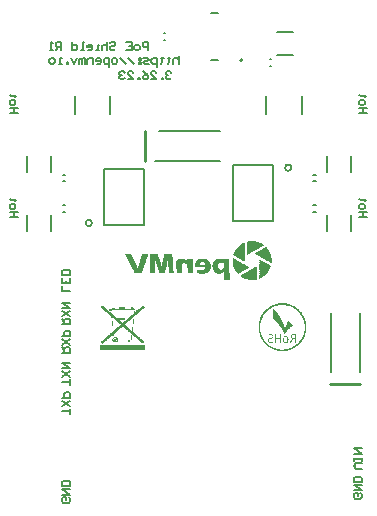
<source format=gbo>
G04*
G04 #@! TF.GenerationSoftware,Altium Limited,Altium Designer,21.7.2 (23)*
G04*
G04 Layer_Color=32896*
%FSLAX25Y25*%
%MOIN*%
G70*
G04*
G04 #@! TF.SameCoordinates,2ED69007-8404-4F84-9E22-07974BFFE74B*
G04*
G04*
G04 #@! TF.FilePolarity,Positive*
G04*
G01*
G75*
%ADD10C,0.00500*%
%ADD12C,0.00787*%
%ADD13C,0.00787*%
%ADD14C,0.00591*%
%ADD16C,0.00544*%
%ADD17C,0.00598*%
%ADD18C,0.00527*%
%ADD67C,0.00984*%
G36*
X-95000Y61600D02*
X-94400D01*
Y61500D01*
X-94000D01*
Y61400D01*
X-93700D01*
Y61300D01*
X-93400D01*
Y61200D01*
X-93200D01*
Y61100D01*
X-92900D01*
Y61000D01*
X-92700D01*
Y60900D01*
X-92500D01*
Y60800D01*
X-92400D01*
Y60700D01*
X-92200D01*
Y60600D01*
X-92100D01*
Y60500D01*
X-91900D01*
Y60400D01*
X-91800D01*
Y60300D01*
X-91900D01*
Y60200D01*
X-92100D01*
Y60100D01*
X-92200D01*
Y60000D01*
X-92400D01*
Y59900D01*
X-92600D01*
Y59800D01*
X-92800D01*
Y59700D01*
X-92900D01*
Y59600D01*
X-93100D01*
Y59500D01*
X-93300D01*
Y59400D01*
X-93500D01*
Y59300D01*
X-93600D01*
Y59200D01*
X-93800D01*
Y59100D01*
X-94000D01*
Y59000D01*
X-94200D01*
Y58900D01*
X-94300D01*
Y58800D01*
X-94500D01*
Y58700D01*
X-94700D01*
Y58600D01*
X-94800D01*
Y58500D01*
X-95000D01*
Y58400D01*
X-95200D01*
Y58300D01*
X-95400D01*
Y58200D01*
X-95600D01*
Y58100D01*
X-95700D01*
Y58000D01*
X-95900D01*
Y57900D01*
X-96100D01*
Y57800D01*
X-96200D01*
Y57700D01*
X-96400D01*
Y57600D01*
X-96600D01*
Y57500D01*
X-96800D01*
Y57400D01*
X-96900D01*
Y57300D01*
X-97100D01*
Y57200D01*
X-97300D01*
Y57100D01*
X-97400D01*
Y57200D01*
Y57300D01*
Y57400D01*
Y57500D01*
Y57600D01*
Y57700D01*
Y57800D01*
Y57900D01*
Y58000D01*
Y58100D01*
Y58200D01*
Y58300D01*
Y58400D01*
Y58500D01*
Y58600D01*
Y58700D01*
Y58800D01*
Y58900D01*
Y59000D01*
Y59100D01*
Y59200D01*
Y59300D01*
Y59400D01*
Y59500D01*
Y59600D01*
Y59700D01*
Y59800D01*
Y59900D01*
Y60000D01*
Y60100D01*
Y60200D01*
Y60300D01*
Y60400D01*
Y60500D01*
Y60600D01*
Y60700D01*
Y60800D01*
Y60900D01*
Y61000D01*
Y61100D01*
Y61200D01*
Y61300D01*
Y61400D01*
Y61500D01*
X-97200D01*
Y61600D01*
X-96600D01*
Y61700D01*
X-95000D01*
Y61600D01*
D02*
G37*
G36*
X-98200Y61100D02*
Y61000D01*
Y60900D01*
Y60800D01*
Y60700D01*
Y60600D01*
Y60500D01*
Y60400D01*
Y60300D01*
Y60200D01*
Y60100D01*
Y60000D01*
Y59900D01*
Y59800D01*
Y59700D01*
Y59600D01*
Y59500D01*
Y59400D01*
Y59300D01*
Y59200D01*
Y59100D01*
Y59000D01*
Y58900D01*
Y58800D01*
Y58700D01*
Y58600D01*
Y58500D01*
Y58400D01*
Y58300D01*
Y58200D01*
Y58100D01*
Y58000D01*
Y57900D01*
Y57800D01*
Y57700D01*
Y57600D01*
Y57500D01*
Y57400D01*
Y57300D01*
Y57200D01*
Y57100D01*
Y57000D01*
Y56900D01*
Y56800D01*
Y56700D01*
Y56600D01*
Y56500D01*
Y56400D01*
Y56300D01*
Y56200D01*
Y56100D01*
Y56000D01*
Y55900D01*
Y55800D01*
Y55700D01*
Y55600D01*
Y55500D01*
Y55400D01*
Y55300D01*
Y55200D01*
Y55100D01*
Y55000D01*
Y54900D01*
Y54800D01*
X-98300D01*
Y54900D01*
X-98500D01*
Y55000D01*
X-98700D01*
Y55100D01*
X-98800D01*
Y55200D01*
X-99000D01*
Y55300D01*
X-99200D01*
Y55400D01*
X-99400D01*
Y55500D01*
X-99500D01*
Y55600D01*
X-99700D01*
Y55700D01*
X-99900D01*
Y55800D01*
X-100100D01*
Y55900D01*
X-100200D01*
Y56000D01*
X-100400D01*
Y56100D01*
X-100600D01*
Y56200D01*
X-100800D01*
Y56300D01*
X-100900D01*
Y56400D01*
X-101100D01*
Y56500D01*
X-101300D01*
Y56600D01*
X-101500D01*
Y56700D01*
X-101600D01*
Y56800D01*
X-101800D01*
Y56900D01*
X-102000D01*
Y57000D01*
Y57100D01*
Y57200D01*
Y57300D01*
X-101900D01*
Y57400D01*
Y57500D01*
Y57600D01*
X-101800D01*
Y57700D01*
Y57800D01*
X-101700D01*
Y57900D01*
Y58000D01*
X-101600D01*
Y58100D01*
Y58200D01*
X-101500D01*
Y58300D01*
Y58400D01*
X-101400D01*
Y58500D01*
Y58600D01*
X-101300D01*
Y58700D01*
X-101200D01*
Y58800D01*
Y58900D01*
X-101100D01*
Y59000D01*
X-101000D01*
Y59100D01*
Y59200D01*
X-100900D01*
Y59300D01*
X-100800D01*
Y59400D01*
X-100700D01*
Y59500D01*
X-100600D01*
Y59600D01*
X-100500D01*
Y59700D01*
X-100400D01*
Y59800D01*
X-100300D01*
Y59900D01*
X-100200D01*
Y60000D01*
X-100100D01*
Y60100D01*
X-100000D01*
Y60200D01*
X-99900D01*
Y60300D01*
X-99800D01*
Y60400D01*
X-99600D01*
Y60500D01*
X-99500D01*
Y60600D01*
X-99300D01*
Y60700D01*
X-99200D01*
Y60800D01*
X-99000D01*
Y60900D01*
X-98800D01*
Y61000D01*
X-98600D01*
Y61100D01*
X-98400D01*
Y61200D01*
X-98200D01*
Y61100D01*
D02*
G37*
G36*
X-91000Y59600D02*
X-90900D01*
Y59500D01*
X-90800D01*
Y59400D01*
Y59300D01*
X-90700D01*
Y59200D01*
X-90600D01*
Y59100D01*
X-90500D01*
Y59000D01*
Y58900D01*
X-90400D01*
Y58800D01*
X-90300D01*
Y58700D01*
Y58600D01*
X-90200D01*
Y58500D01*
X-90100D01*
Y58400D01*
Y58300D01*
X-90000D01*
Y58200D01*
Y58100D01*
X-89900D01*
Y58000D01*
Y57900D01*
X-89800D01*
Y57800D01*
Y57700D01*
X-89700D01*
Y57600D01*
Y57500D01*
Y57400D01*
X-89600D01*
Y57300D01*
Y57200D01*
Y57100D01*
X-89500D01*
Y57000D01*
Y56900D01*
Y56800D01*
Y56700D01*
X-89400D01*
Y56600D01*
Y56500D01*
Y56400D01*
Y56300D01*
Y56200D01*
X-89300D01*
Y56100D01*
Y56000D01*
Y55900D01*
Y55800D01*
Y55700D01*
Y55600D01*
Y55500D01*
Y55400D01*
Y55300D01*
Y55200D01*
Y55100D01*
Y55000D01*
Y54900D01*
Y54800D01*
Y54700D01*
Y54600D01*
Y54500D01*
Y54400D01*
Y54300D01*
X-89400D01*
Y54400D01*
X-89600D01*
Y54500D01*
X-89800D01*
Y54600D01*
X-90000D01*
Y54700D01*
X-90100D01*
Y54800D01*
X-90300D01*
Y54900D01*
X-90500D01*
Y55000D01*
X-90600D01*
Y55100D01*
X-90800D01*
Y55200D01*
X-91000D01*
Y55300D01*
X-91200D01*
Y55400D01*
X-91300D01*
Y55500D01*
X-91500D01*
Y55600D01*
X-91700D01*
Y55700D01*
X-91900D01*
Y55800D01*
X-92000D01*
Y55900D01*
X-92200D01*
Y56000D01*
X-92400D01*
Y56100D01*
X-92600D01*
Y56200D01*
X-92700D01*
Y56300D01*
X-92900D01*
Y56400D01*
X-93100D01*
Y56500D01*
X-93200D01*
Y56600D01*
X-93400D01*
Y56700D01*
X-93600D01*
Y56800D01*
X-93800D01*
Y56900D01*
X-93900D01*
Y57000D01*
X-94100D01*
Y57100D01*
X-94300D01*
Y57200D01*
X-94500D01*
Y57300D01*
X-94600D01*
Y57400D01*
X-94800D01*
Y57500D01*
X-94900D01*
Y57600D01*
X-94700D01*
Y57700D01*
X-94600D01*
Y57800D01*
X-94400D01*
Y57900D01*
X-94200D01*
Y58000D01*
X-94000D01*
Y58100D01*
X-93900D01*
Y58200D01*
X-93700D01*
Y58300D01*
X-93500D01*
Y58400D01*
X-93300D01*
Y58500D01*
X-93200D01*
Y58600D01*
X-93000D01*
Y58700D01*
X-92800D01*
Y58800D01*
X-92600D01*
Y58900D01*
X-92500D01*
Y59000D01*
X-92300D01*
Y59100D01*
X-92100D01*
Y59200D01*
X-92000D01*
Y59300D01*
X-91800D01*
Y59400D01*
X-91600D01*
Y59500D01*
X-91400D01*
Y59600D01*
X-91200D01*
Y59700D01*
X-91000D01*
Y59600D01*
D02*
G37*
G36*
X-122400Y57200D02*
Y57100D01*
Y57000D01*
Y56900D01*
Y56800D01*
Y56700D01*
Y56600D01*
Y56500D01*
Y56400D01*
Y56300D01*
X-122300D01*
Y56200D01*
Y56100D01*
Y56000D01*
Y55900D01*
Y55800D01*
Y55700D01*
Y55600D01*
Y55500D01*
Y55400D01*
Y55300D01*
Y55200D01*
Y55100D01*
Y55000D01*
Y54900D01*
Y54800D01*
X-122200D01*
Y54700D01*
Y54600D01*
Y54500D01*
Y54400D01*
Y54300D01*
Y54200D01*
Y54100D01*
Y54000D01*
Y53900D01*
Y53800D01*
Y53700D01*
X-122100D01*
Y53600D01*
Y53500D01*
Y53400D01*
Y53300D01*
Y53200D01*
Y53100D01*
Y53000D01*
Y52900D01*
Y52800D01*
Y52700D01*
Y52600D01*
Y52500D01*
X-122000D01*
Y52400D01*
Y52300D01*
Y52200D01*
Y52100D01*
Y52000D01*
Y51900D01*
Y51800D01*
Y51700D01*
Y51600D01*
X-121900D01*
Y51500D01*
Y51400D01*
Y51300D01*
Y51200D01*
Y51100D01*
Y51000D01*
Y50900D01*
X-123600D01*
Y51000D01*
Y51100D01*
Y51200D01*
Y51300D01*
Y51400D01*
Y51500D01*
Y51600D01*
Y51700D01*
Y51800D01*
Y51900D01*
Y52000D01*
Y52100D01*
Y52200D01*
Y52300D01*
Y52400D01*
Y52500D01*
Y52600D01*
Y52700D01*
Y52800D01*
Y52900D01*
Y53000D01*
X-123700D01*
Y53100D01*
Y53200D01*
Y53300D01*
Y53400D01*
Y53500D01*
Y53600D01*
Y53700D01*
Y53800D01*
Y53900D01*
Y54000D01*
Y54100D01*
Y54200D01*
Y54300D01*
Y54400D01*
Y54500D01*
X-123800D01*
Y54600D01*
Y54700D01*
Y54800D01*
Y54900D01*
Y55000D01*
Y55100D01*
Y55200D01*
Y55300D01*
Y55400D01*
X-123900D01*
Y55300D01*
Y55200D01*
Y55100D01*
Y55000D01*
Y54900D01*
X-124000D01*
Y54800D01*
Y54700D01*
Y54600D01*
Y54500D01*
X-124100D01*
Y54400D01*
Y54300D01*
Y54200D01*
Y54100D01*
X-124200D01*
Y54000D01*
Y53900D01*
Y53800D01*
Y53700D01*
X-124300D01*
Y53600D01*
Y53500D01*
Y53400D01*
Y53300D01*
Y53200D01*
X-124400D01*
Y53100D01*
Y53000D01*
Y52900D01*
Y52800D01*
X-124500D01*
Y52700D01*
Y52600D01*
Y52500D01*
Y52400D01*
X-124600D01*
Y52300D01*
Y52200D01*
Y52100D01*
Y52000D01*
Y51900D01*
X-124700D01*
Y51800D01*
Y51700D01*
Y51600D01*
Y51500D01*
X-124800D01*
Y51400D01*
Y51300D01*
Y51200D01*
Y51100D01*
Y51000D01*
X-124900D01*
Y50900D01*
X-126600D01*
Y51000D01*
X-126700D01*
Y51100D01*
Y51200D01*
Y51300D01*
X-126800D01*
Y51400D01*
Y51500D01*
Y51600D01*
X-126900D01*
Y51700D01*
Y51800D01*
Y51900D01*
X-127000D01*
Y52000D01*
Y52100D01*
Y52200D01*
X-127100D01*
Y52300D01*
Y52400D01*
Y52500D01*
X-127200D01*
Y52600D01*
Y52700D01*
Y52800D01*
X-127300D01*
Y52900D01*
Y53000D01*
Y53100D01*
X-127400D01*
Y53200D01*
Y53300D01*
Y53400D01*
X-127500D01*
Y53500D01*
Y53600D01*
Y53700D01*
X-127600D01*
Y53800D01*
Y53900D01*
Y54000D01*
X-127700D01*
Y54100D01*
Y54200D01*
Y54300D01*
X-127800D01*
Y54400D01*
Y54500D01*
Y54600D01*
Y54700D01*
X-127900D01*
Y54800D01*
Y54900D01*
X-128000D01*
Y55000D01*
Y55100D01*
Y55200D01*
Y55300D01*
X-128100D01*
Y55200D01*
Y55100D01*
Y55000D01*
Y54900D01*
Y54800D01*
Y54700D01*
Y54600D01*
Y54500D01*
Y54400D01*
Y54300D01*
Y54200D01*
Y54100D01*
Y54000D01*
Y53900D01*
Y53800D01*
Y53700D01*
Y53600D01*
Y53500D01*
Y53400D01*
Y53300D01*
Y53200D01*
Y53100D01*
Y53000D01*
Y52900D01*
Y52800D01*
Y52700D01*
Y52600D01*
Y52500D01*
Y52400D01*
Y52300D01*
Y52200D01*
X-128000D01*
Y52100D01*
Y52000D01*
Y51900D01*
Y51800D01*
Y51700D01*
Y51600D01*
Y51500D01*
Y51400D01*
Y51300D01*
Y51200D01*
Y51100D01*
Y51000D01*
Y50900D01*
X-129700D01*
Y51000D01*
Y51100D01*
Y51200D01*
Y51300D01*
Y51400D01*
Y51500D01*
Y51600D01*
Y51700D01*
Y51800D01*
Y51900D01*
Y52000D01*
Y52100D01*
Y52200D01*
Y52300D01*
Y52400D01*
Y52500D01*
Y52600D01*
Y52700D01*
Y52800D01*
Y52900D01*
X-129800D01*
Y53000D01*
Y53100D01*
Y53200D01*
Y53300D01*
Y53400D01*
Y53500D01*
Y53600D01*
Y53700D01*
Y53800D01*
Y53900D01*
Y54000D01*
Y54100D01*
Y54200D01*
Y54300D01*
Y54400D01*
Y54500D01*
Y54600D01*
Y54700D01*
Y54800D01*
Y54900D01*
Y55000D01*
Y55100D01*
Y55200D01*
Y55300D01*
Y55400D01*
Y55500D01*
Y55600D01*
Y55700D01*
Y55800D01*
Y55900D01*
Y56000D01*
Y56100D01*
Y56200D01*
X-129900D01*
Y56300D01*
Y56400D01*
Y56500D01*
Y56600D01*
Y56700D01*
Y56800D01*
Y56900D01*
Y57000D01*
Y57100D01*
Y57200D01*
Y57300D01*
X-127200D01*
Y57200D01*
Y57100D01*
Y57000D01*
X-127100D01*
Y56900D01*
Y56800D01*
Y56700D01*
X-127000D01*
Y56600D01*
Y56500D01*
Y56400D01*
X-126900D01*
Y56300D01*
Y56200D01*
Y56100D01*
X-126800D01*
Y56000D01*
Y55900D01*
Y55800D01*
X-126700D01*
Y55700D01*
Y55600D01*
X-126600D01*
Y55500D01*
Y55400D01*
Y55300D01*
X-126500D01*
Y55200D01*
Y55100D01*
Y55000D01*
X-126400D01*
Y54900D01*
Y54800D01*
Y54700D01*
X-126300D01*
Y54600D01*
Y54500D01*
Y54400D01*
X-126200D01*
Y54300D01*
Y54200D01*
Y54100D01*
X-126100D01*
Y54000D01*
Y53900D01*
Y53800D01*
Y53700D01*
X-126000D01*
Y53600D01*
Y53500D01*
Y53400D01*
X-125900D01*
Y53500D01*
Y53600D01*
Y53700D01*
X-125800D01*
Y53800D01*
Y53900D01*
Y54000D01*
Y54100D01*
Y54200D01*
X-125700D01*
Y54300D01*
Y54400D01*
Y54500D01*
Y54600D01*
Y54700D01*
X-125600D01*
Y54800D01*
Y54900D01*
Y55000D01*
Y55100D01*
Y55200D01*
X-125500D01*
Y55300D01*
Y55400D01*
Y55500D01*
X-125400D01*
Y55600D01*
Y55700D01*
Y55800D01*
Y55900D01*
X-125300D01*
Y56000D01*
Y56100D01*
Y56200D01*
Y56300D01*
X-125200D01*
Y56400D01*
Y56500D01*
Y56600D01*
Y56700D01*
X-125100D01*
Y56800D01*
Y56900D01*
Y57000D01*
Y57100D01*
Y57200D01*
Y57300D01*
X-122400D01*
Y57200D01*
D02*
G37*
G36*
X-130400D02*
Y57100D01*
Y57000D01*
X-130500D01*
Y56900D01*
Y56800D01*
X-130600D01*
Y56700D01*
Y56600D01*
Y56500D01*
X-130700D01*
Y56400D01*
Y56300D01*
Y56200D01*
X-130800D01*
Y56100D01*
Y56000D01*
Y55900D01*
X-130900D01*
Y55800D01*
Y55700D01*
Y55600D01*
X-131000D01*
Y55500D01*
Y55400D01*
Y55300D01*
X-131100D01*
Y55200D01*
Y55100D01*
X-131200D01*
Y55000D01*
Y54900D01*
Y54800D01*
X-131300D01*
Y54700D01*
Y54600D01*
Y54500D01*
X-131400D01*
Y54400D01*
Y54300D01*
Y54200D01*
X-131500D01*
Y54100D01*
Y54000D01*
Y53900D01*
X-131600D01*
Y53800D01*
Y53700D01*
Y53600D01*
X-131700D01*
Y53500D01*
Y53400D01*
Y53300D01*
X-131800D01*
Y53200D01*
Y53100D01*
Y53000D01*
X-131900D01*
Y52900D01*
Y52800D01*
X-132000D01*
Y52700D01*
Y52600D01*
Y52500D01*
X-132100D01*
Y52400D01*
Y52300D01*
Y52200D01*
X-132200D01*
Y52100D01*
Y52000D01*
Y51900D01*
X-132300D01*
Y51800D01*
Y51700D01*
Y51600D01*
X-132400D01*
Y51500D01*
Y51400D01*
Y51300D01*
X-132500D01*
Y51200D01*
Y51100D01*
Y51000D01*
X-132600D01*
Y50900D01*
X-134900D01*
Y51000D01*
X-135000D01*
Y51100D01*
Y51200D01*
X-135100D01*
Y51300D01*
Y51400D01*
X-135200D01*
Y51500D01*
Y51600D01*
Y51700D01*
X-135300D01*
Y51800D01*
Y51900D01*
X-135400D01*
Y52000D01*
Y52100D01*
X-135500D01*
Y52200D01*
Y52300D01*
X-135600D01*
Y52400D01*
Y52500D01*
X-135700D01*
Y52600D01*
Y52700D01*
X-135800D01*
Y52800D01*
Y52900D01*
X-135900D01*
Y53000D01*
X-136000D01*
Y53100D01*
Y53200D01*
X-136100D01*
Y53300D01*
Y53400D01*
X-136200D01*
Y53500D01*
Y53600D01*
X-136300D01*
Y53700D01*
Y53800D01*
X-136400D01*
Y53900D01*
Y54000D01*
X-136500D01*
Y54100D01*
Y54200D01*
X-136600D01*
Y54300D01*
Y54400D01*
X-136700D01*
Y54500D01*
Y54600D01*
X-136800D01*
Y54700D01*
Y54800D01*
X-136900D01*
Y54900D01*
Y55000D01*
X-137000D01*
Y55100D01*
Y55200D01*
X-137100D01*
Y55300D01*
Y55400D01*
X-137200D01*
Y55500D01*
Y55600D01*
X-137300D01*
Y55700D01*
Y55800D01*
X-137400D01*
Y55900D01*
Y56000D01*
X-137500D01*
Y56100D01*
Y56200D01*
X-137600D01*
Y56300D01*
Y56400D01*
X-137700D01*
Y56500D01*
Y56600D01*
X-137800D01*
Y56700D01*
Y56800D01*
X-137900D01*
Y56900D01*
Y57000D01*
X-138000D01*
Y57100D01*
Y57200D01*
X-138100D01*
Y57300D01*
X-136000D01*
Y57200D01*
X-135900D01*
Y57100D01*
Y57000D01*
Y56900D01*
X-135800D01*
Y56800D01*
Y56700D01*
X-135700D01*
Y56600D01*
Y56500D01*
X-135600D01*
Y56400D01*
Y56300D01*
Y56200D01*
X-135500D01*
Y56100D01*
Y56000D01*
X-135400D01*
Y55900D01*
Y55800D01*
X-135300D01*
Y55700D01*
Y55600D01*
X-135200D01*
Y55500D01*
Y55400D01*
X-135100D01*
Y55300D01*
Y55200D01*
Y55100D01*
X-135000D01*
Y55000D01*
Y54900D01*
X-134900D01*
Y54800D01*
Y54700D01*
X-134800D01*
Y54600D01*
Y54500D01*
X-134700D01*
Y54400D01*
Y54300D01*
X-134600D01*
Y54200D01*
Y54100D01*
X-134500D01*
Y54000D01*
Y53900D01*
Y53800D01*
X-134400D01*
Y53700D01*
Y53600D01*
X-134300D01*
Y53500D01*
Y53400D01*
X-134200D01*
Y53300D01*
Y53200D01*
X-134100D01*
Y53100D01*
Y53000D01*
Y52900D01*
X-134000D01*
Y52800D01*
Y52700D01*
X-133900D01*
Y52600D01*
X-133800D01*
Y52700D01*
Y52800D01*
Y52900D01*
Y53000D01*
X-133700D01*
Y53100D01*
Y53200D01*
Y53300D01*
Y53400D01*
X-133600D01*
Y53500D01*
Y53600D01*
Y53700D01*
X-133500D01*
Y53800D01*
Y53900D01*
Y54000D01*
X-133400D01*
Y54100D01*
Y54200D01*
Y54300D01*
X-133300D01*
Y54400D01*
Y54500D01*
Y54600D01*
Y54700D01*
X-133200D01*
Y54800D01*
Y54900D01*
Y55000D01*
X-133100D01*
Y55100D01*
Y55200D01*
Y55300D01*
X-133000D01*
Y55400D01*
Y55500D01*
Y55600D01*
X-132900D01*
Y55700D01*
Y55800D01*
Y55900D01*
X-132800D01*
Y56000D01*
Y56100D01*
Y56200D01*
X-132700D01*
Y56300D01*
Y56400D01*
Y56500D01*
Y56600D01*
X-132600D01*
Y56700D01*
Y56800D01*
Y56900D01*
X-132500D01*
Y57000D01*
Y57100D01*
Y57200D01*
Y57300D01*
X-130400D01*
Y57200D01*
D02*
G37*
G36*
X-111500Y55700D02*
X-111100D01*
Y55600D01*
X-110900D01*
Y55500D01*
X-110700D01*
Y55400D01*
X-110600D01*
Y55300D01*
X-110400D01*
Y55200D01*
X-110300D01*
Y55100D01*
X-110200D01*
Y55000D01*
X-110100D01*
Y54900D01*
Y54800D01*
X-110000D01*
Y54700D01*
X-109900D01*
Y54600D01*
Y54500D01*
X-109800D01*
Y54400D01*
Y54300D01*
X-109700D01*
Y54200D01*
Y54100D01*
Y54000D01*
X-109600D01*
Y53900D01*
Y53800D01*
Y53700D01*
Y53600D01*
Y53500D01*
X-109500D01*
Y53400D01*
Y53300D01*
Y53200D01*
Y53100D01*
Y53000D01*
Y52900D01*
Y52800D01*
X-109600D01*
Y52700D01*
Y52600D01*
Y52500D01*
Y52400D01*
Y52300D01*
X-109700D01*
Y52200D01*
Y52100D01*
Y52000D01*
X-109800D01*
Y51900D01*
Y51800D01*
X-109900D01*
Y51700D01*
X-110000D01*
Y51600D01*
X-110100D01*
Y51500D01*
X-110200D01*
Y51400D01*
X-110300D01*
Y51300D01*
X-110400D01*
Y51200D01*
X-110500D01*
Y51100D01*
X-110700D01*
Y51000D01*
X-111000D01*
Y50900D01*
X-111400D01*
Y50800D01*
X-113500D01*
Y50900D01*
X-114100D01*
Y51000D01*
Y51100D01*
Y51200D01*
Y51300D01*
X-114200D01*
Y51400D01*
Y51500D01*
Y51600D01*
Y51700D01*
Y51800D01*
Y51900D01*
X-114300D01*
Y52000D01*
Y52100D01*
Y52200D01*
Y52300D01*
X-114100D01*
Y52200D01*
X-113700D01*
Y52100D01*
X-113200D01*
Y52000D01*
X-112200D01*
Y52100D01*
X-111900D01*
Y52200D01*
X-111700D01*
Y52300D01*
X-111600D01*
Y52400D01*
X-111500D01*
Y52500D01*
Y52600D01*
X-111400D01*
Y52700D01*
Y52800D01*
Y52900D01*
Y53000D01*
Y53100D01*
X-114700D01*
Y53200D01*
Y53300D01*
Y53400D01*
Y53500D01*
Y53600D01*
X-114800D01*
Y53700D01*
Y53800D01*
X-114700D01*
Y53900D01*
Y54000D01*
Y54100D01*
Y54200D01*
Y54300D01*
Y54400D01*
X-114600D01*
Y54500D01*
Y54600D01*
Y54700D01*
X-114500D01*
Y54800D01*
Y54900D01*
X-114400D01*
Y55000D01*
X-114300D01*
Y55100D01*
X-114200D01*
Y55200D01*
X-114100D01*
Y55300D01*
X-114000D01*
Y55400D01*
X-113900D01*
Y55500D01*
X-113700D01*
Y55600D01*
X-113500D01*
Y55700D01*
X-113100D01*
Y55800D01*
X-111500D01*
Y55700D01*
D02*
G37*
G36*
X-118600D02*
X-118200D01*
Y55600D01*
X-118000D01*
Y55500D01*
X-117900D01*
Y55400D01*
X-117700D01*
Y55300D01*
X-117600D01*
Y55200D01*
X-117500D01*
Y55300D01*
Y55400D01*
Y55500D01*
Y55600D01*
Y55700D01*
X-115600D01*
Y55600D01*
Y55500D01*
Y55400D01*
Y55300D01*
Y55200D01*
Y55100D01*
Y55000D01*
Y54900D01*
Y54800D01*
Y54700D01*
Y54600D01*
Y54500D01*
Y54400D01*
Y54300D01*
Y54200D01*
Y54100D01*
Y54000D01*
Y53900D01*
Y53800D01*
Y53700D01*
Y53600D01*
X-115500D01*
Y53500D01*
Y53400D01*
Y53300D01*
Y53200D01*
Y53100D01*
Y53000D01*
Y52900D01*
Y52800D01*
Y52700D01*
Y52600D01*
Y52500D01*
Y52400D01*
Y52300D01*
Y52200D01*
Y52100D01*
X-115400D01*
Y52000D01*
Y51900D01*
Y51800D01*
Y51700D01*
Y51600D01*
Y51500D01*
Y51400D01*
Y51300D01*
Y51200D01*
X-115300D01*
Y51100D01*
Y51000D01*
Y50900D01*
X-117300D01*
Y51000D01*
Y51100D01*
Y51200D01*
Y51300D01*
Y51400D01*
Y51500D01*
Y51600D01*
Y51700D01*
Y51800D01*
Y51900D01*
Y52000D01*
Y52100D01*
Y52200D01*
Y52300D01*
Y52400D01*
Y52500D01*
Y52600D01*
Y52700D01*
X-117400D01*
Y52800D01*
Y52900D01*
Y53000D01*
Y53100D01*
Y53200D01*
Y53300D01*
X-117500D01*
Y53400D01*
Y53500D01*
Y53600D01*
Y53700D01*
X-117600D01*
Y53800D01*
Y53900D01*
X-117700D01*
Y54000D01*
X-117800D01*
Y54100D01*
X-117900D01*
Y54200D01*
X-118100D01*
Y54300D01*
X-118700D01*
Y54200D01*
X-118900D01*
Y54100D01*
X-119000D01*
Y54000D01*
Y53900D01*
X-119100D01*
Y53800D01*
Y53700D01*
Y53600D01*
Y53500D01*
Y53400D01*
Y53300D01*
Y53200D01*
Y53100D01*
Y53000D01*
Y52900D01*
Y52800D01*
Y52700D01*
Y52600D01*
Y52500D01*
Y52400D01*
Y52300D01*
Y52200D01*
Y52100D01*
Y52000D01*
Y51900D01*
Y51800D01*
Y51700D01*
Y51600D01*
X-119000D01*
Y51500D01*
Y51400D01*
Y51300D01*
Y51200D01*
Y51100D01*
Y51000D01*
Y50900D01*
X-120900D01*
Y51000D01*
Y51100D01*
Y51200D01*
Y51300D01*
Y51400D01*
Y51500D01*
Y51600D01*
Y51700D01*
Y51800D01*
Y51900D01*
Y52000D01*
Y52100D01*
Y52200D01*
Y52300D01*
X-121000D01*
Y52400D01*
Y52500D01*
Y52600D01*
Y52700D01*
Y52800D01*
Y52900D01*
Y53000D01*
Y53100D01*
Y53200D01*
Y53300D01*
Y53400D01*
Y53500D01*
Y53600D01*
Y53700D01*
Y53800D01*
Y53900D01*
Y54000D01*
Y54100D01*
Y54200D01*
X-121100D01*
Y54300D01*
Y54400D01*
X-121000D01*
Y54500D01*
Y54600D01*
Y54700D01*
Y54800D01*
Y54900D01*
X-120900D01*
Y55000D01*
Y55100D01*
X-120800D01*
Y55200D01*
Y55300D01*
X-120700D01*
Y55400D01*
X-120600D01*
Y55500D01*
X-120400D01*
Y55600D01*
X-120200D01*
Y55700D01*
X-119900D01*
Y55800D01*
X-118600D01*
Y55700D01*
D02*
G37*
G36*
X-102100Y56000D02*
X-101900D01*
Y55900D01*
X-101800D01*
Y55800D01*
X-101600D01*
Y55700D01*
X-101400D01*
Y55600D01*
X-101200D01*
Y55500D01*
X-101100D01*
Y55400D01*
X-100900D01*
Y55300D01*
X-100700D01*
Y55200D01*
X-100500D01*
Y55100D01*
X-100400D01*
Y55000D01*
X-100200D01*
Y54900D01*
X-100000D01*
Y54800D01*
X-99800D01*
Y54700D01*
X-99700D01*
Y54600D01*
X-99500D01*
Y54500D01*
X-99300D01*
Y54400D01*
X-99200D01*
Y54300D01*
X-99000D01*
Y54200D01*
X-98800D01*
Y54100D01*
X-98600D01*
Y54000D01*
X-98500D01*
Y53900D01*
X-98300D01*
Y53800D01*
X-98100D01*
Y53700D01*
X-97900D01*
Y53600D01*
X-97800D01*
Y53500D01*
X-97600D01*
Y53400D01*
X-97400D01*
Y53300D01*
X-97200D01*
Y53200D01*
X-97100D01*
Y53100D01*
X-96900D01*
Y53000D01*
X-96700D01*
Y52900D01*
Y52800D01*
X-96900D01*
Y52700D01*
X-97000D01*
Y52600D01*
X-97200D01*
Y52500D01*
X-97400D01*
Y52400D01*
X-97600D01*
Y52300D01*
X-97700D01*
Y52200D01*
X-97900D01*
Y52100D01*
X-98100D01*
Y52000D01*
X-98300D01*
Y51900D01*
X-98400D01*
Y51800D01*
X-98600D01*
Y51700D01*
X-98800D01*
Y51600D01*
X-99000D01*
Y51500D01*
X-99100D01*
Y51400D01*
X-99300D01*
Y51300D01*
X-99500D01*
Y51200D01*
X-99600D01*
Y51100D01*
X-99800D01*
Y51000D01*
X-100000D01*
Y50900D01*
X-100200D01*
Y50800D01*
X-100300D01*
Y50700D01*
X-100500D01*
Y50800D01*
X-100600D01*
Y50900D01*
X-100700D01*
Y51000D01*
X-100800D01*
Y51100D01*
X-100900D01*
Y51200D01*
Y51300D01*
X-101000D01*
Y51400D01*
X-101100D01*
Y51500D01*
X-101200D01*
Y51600D01*
Y51700D01*
X-101300D01*
Y51800D01*
X-101400D01*
Y51900D01*
Y52000D01*
X-101500D01*
Y52100D01*
Y52200D01*
X-101600D01*
Y52300D01*
Y52400D01*
X-101700D01*
Y52500D01*
Y52600D01*
X-101800D01*
Y52700D01*
Y52800D01*
Y52900D01*
X-101900D01*
Y53000D01*
Y53100D01*
X-102000D01*
Y53200D01*
Y53300D01*
Y53400D01*
Y53500D01*
X-102100D01*
Y53600D01*
Y53700D01*
Y53800D01*
Y53900D01*
X-102200D01*
Y54000D01*
Y54100D01*
Y54200D01*
Y54300D01*
Y54400D01*
Y54500D01*
Y54600D01*
X-102300D01*
Y54700D01*
Y54800D01*
Y54900D01*
Y55000D01*
Y55100D01*
Y55200D01*
Y55300D01*
Y55400D01*
Y55500D01*
Y55600D01*
Y55700D01*
Y55800D01*
Y55900D01*
X-102200D01*
Y56000D01*
Y56100D01*
X-102100D01*
Y56000D01*
D02*
G37*
G36*
X-93200Y55500D02*
X-93000D01*
Y55400D01*
X-92900D01*
Y55300D01*
X-92700D01*
Y55200D01*
X-92500D01*
Y55100D01*
X-92300D01*
Y55000D01*
X-92200D01*
Y54900D01*
X-92000D01*
Y54800D01*
X-91800D01*
Y54700D01*
X-91600D01*
Y54600D01*
X-91500D01*
Y54500D01*
X-91300D01*
Y54400D01*
X-91100D01*
Y54300D01*
X-90900D01*
Y54200D01*
X-90800D01*
Y54100D01*
X-90600D01*
Y54000D01*
X-90400D01*
Y53900D01*
X-90300D01*
Y53800D01*
X-90100D01*
Y53700D01*
X-89900D01*
Y53600D01*
X-89700D01*
Y53500D01*
X-89600D01*
Y53400D01*
X-89500D01*
Y53300D01*
X-89600D01*
Y53200D01*
Y53100D01*
Y53000D01*
X-89700D01*
Y52900D01*
Y52800D01*
Y52700D01*
X-89800D01*
Y52600D01*
Y52500D01*
X-89900D01*
Y52400D01*
Y52300D01*
X-90000D01*
Y52200D01*
Y52100D01*
X-90100D01*
Y52000D01*
X-90200D01*
Y51900D01*
Y51800D01*
X-90300D01*
Y51700D01*
Y51600D01*
X-90400D01*
Y51500D01*
X-90500D01*
Y51400D01*
Y51300D01*
X-90600D01*
Y51200D01*
X-90700D01*
Y51100D01*
X-90800D01*
Y51000D01*
X-90900D01*
Y50900D01*
Y50800D01*
X-91100D01*
Y50700D01*
Y50600D01*
X-91200D01*
Y50500D01*
X-91300D01*
Y50400D01*
X-91500D01*
Y50300D01*
X-91600D01*
Y50200D01*
X-91700D01*
Y50100D01*
X-91800D01*
Y50000D01*
X-92000D01*
Y49900D01*
X-92100D01*
Y49800D01*
X-92200D01*
Y49700D01*
X-92400D01*
Y49600D01*
X-92600D01*
Y49500D01*
X-92700D01*
Y49400D01*
X-92900D01*
Y49300D01*
X-93200D01*
Y49200D01*
X-93400D01*
Y49300D01*
Y49400D01*
Y49500D01*
Y49600D01*
Y49700D01*
Y49800D01*
Y49900D01*
Y50000D01*
Y50100D01*
Y50200D01*
Y50300D01*
Y50400D01*
Y50500D01*
X-93300D01*
Y50600D01*
X-93400D01*
Y50700D01*
Y50800D01*
Y50900D01*
Y51000D01*
Y51100D01*
X-93300D01*
Y51200D01*
Y51300D01*
X-93400D01*
Y51400D01*
Y51500D01*
Y51600D01*
Y51700D01*
X-93300D01*
Y51800D01*
Y51900D01*
X-93400D01*
Y52000D01*
Y52100D01*
Y52200D01*
Y52300D01*
Y52400D01*
X-93300D01*
Y52500D01*
X-93400D01*
Y52600D01*
Y52700D01*
Y52800D01*
Y52900D01*
Y53000D01*
X-93300D01*
Y53100D01*
X-93400D01*
Y53200D01*
Y53300D01*
Y53400D01*
Y53500D01*
Y53600D01*
X-93300D01*
Y53700D01*
X-93400D01*
Y53800D01*
Y53900D01*
Y54000D01*
Y54100D01*
Y54200D01*
X-93300D01*
Y54300D01*
X-93400D01*
Y54400D01*
Y54500D01*
Y54600D01*
Y54700D01*
X-93300D01*
Y54800D01*
Y54900D01*
Y55000D01*
X-93400D01*
Y55100D01*
Y55200D01*
Y55300D01*
X-93300D01*
Y55400D01*
Y55500D01*
Y55600D01*
X-93200D01*
Y55500D01*
D02*
G37*
G36*
X-94200Y53200D02*
Y53100D01*
Y53000D01*
Y52900D01*
Y52800D01*
Y52700D01*
Y52600D01*
Y52500D01*
Y52400D01*
Y52300D01*
Y52200D01*
Y52100D01*
Y52000D01*
Y51900D01*
Y51800D01*
Y51700D01*
Y51600D01*
Y51500D01*
Y51400D01*
Y51300D01*
Y51200D01*
Y51100D01*
Y51000D01*
Y50900D01*
Y50800D01*
Y50700D01*
Y50600D01*
Y50500D01*
Y50400D01*
Y50300D01*
Y50200D01*
Y50100D01*
Y50000D01*
Y49900D01*
Y49800D01*
Y49700D01*
Y49600D01*
Y49500D01*
Y49400D01*
Y49300D01*
Y49200D01*
Y49100D01*
Y49000D01*
Y48900D01*
X-94300D01*
Y48800D01*
X-95000D01*
Y48700D01*
X-96500D01*
Y48800D01*
X-97200D01*
Y48900D01*
X-97600D01*
Y49000D01*
X-97900D01*
Y49100D01*
X-98200D01*
Y49200D01*
X-98400D01*
Y49300D01*
X-98600D01*
Y49400D01*
X-98800D01*
Y49500D01*
X-99000D01*
Y49600D01*
X-99200D01*
Y49700D01*
X-99300D01*
Y49800D01*
X-99500D01*
Y49900D01*
X-99600D01*
Y50000D01*
X-99800D01*
Y50100D01*
X-99700D01*
Y50200D01*
X-99500D01*
Y50300D01*
X-99300D01*
Y50400D01*
X-99200D01*
Y50500D01*
X-99000D01*
Y50600D01*
X-98800D01*
Y50700D01*
X-98700D01*
Y50800D01*
X-98500D01*
Y50900D01*
X-98300D01*
Y51000D01*
X-98100D01*
Y51100D01*
X-97900D01*
Y51200D01*
X-97800D01*
Y51300D01*
X-97600D01*
Y51400D01*
X-97400D01*
Y51500D01*
X-97300D01*
Y51600D01*
X-97100D01*
Y51700D01*
X-96900D01*
Y51800D01*
X-96800D01*
Y51900D01*
X-96600D01*
Y52000D01*
X-96400D01*
Y52100D01*
X-96200D01*
Y52200D01*
X-96100D01*
Y52300D01*
X-95900D01*
Y52400D01*
X-95700D01*
Y52500D01*
X-95500D01*
Y52600D01*
X-95400D01*
Y52700D01*
X-95200D01*
Y52800D01*
X-95000D01*
Y52900D01*
X-94800D01*
Y53000D01*
X-94700D01*
Y53100D01*
X-94500D01*
Y53200D01*
X-94300D01*
Y53300D01*
X-94200D01*
Y53200D01*
D02*
G37*
G36*
X-104800Y55700D02*
X-104000D01*
Y55600D01*
X-103500D01*
Y55500D01*
Y55400D01*
Y55300D01*
Y55200D01*
Y55100D01*
Y55000D01*
Y54900D01*
Y54800D01*
Y54700D01*
Y54600D01*
Y54500D01*
Y54400D01*
Y54300D01*
Y54200D01*
Y54100D01*
Y54000D01*
Y53900D01*
Y53800D01*
Y53700D01*
Y53600D01*
Y53500D01*
Y53400D01*
Y53300D01*
Y53200D01*
Y53100D01*
Y53000D01*
Y52900D01*
Y52800D01*
Y52700D01*
Y52600D01*
Y52500D01*
X-103400D01*
Y52400D01*
Y52300D01*
Y52200D01*
Y52100D01*
Y52000D01*
Y51900D01*
Y51800D01*
Y51700D01*
Y51600D01*
Y51500D01*
Y51400D01*
Y51300D01*
Y51200D01*
Y51100D01*
Y51000D01*
Y50900D01*
X-103300D01*
Y50800D01*
Y50700D01*
Y50600D01*
Y50500D01*
Y50400D01*
Y50300D01*
Y50200D01*
Y50100D01*
Y50000D01*
Y49900D01*
Y49800D01*
Y49700D01*
Y49600D01*
Y49500D01*
X-103200D01*
Y49400D01*
Y49300D01*
Y49200D01*
Y49100D01*
Y49000D01*
Y48900D01*
Y48800D01*
Y48700D01*
X-105100D01*
Y48800D01*
Y48900D01*
Y49000D01*
Y49100D01*
Y49200D01*
Y49300D01*
Y49400D01*
Y49500D01*
Y49600D01*
Y49700D01*
Y49800D01*
Y49900D01*
Y50000D01*
Y50100D01*
Y50200D01*
Y50300D01*
X-105200D01*
Y50400D01*
Y50500D01*
Y50600D01*
Y50700D01*
Y50800D01*
Y50900D01*
Y51000D01*
Y51100D01*
Y51200D01*
Y51300D01*
X-105400D01*
Y51200D01*
X-105500D01*
Y51100D01*
X-105700D01*
Y51000D01*
X-105900D01*
Y50900D01*
X-106300D01*
Y50800D01*
X-107400D01*
Y50900D01*
X-107700D01*
Y51000D01*
X-107900D01*
Y51100D01*
X-108000D01*
Y51200D01*
X-108200D01*
Y51300D01*
X-108300D01*
Y51400D01*
Y51500D01*
X-108400D01*
Y51600D01*
X-108500D01*
Y51700D01*
X-108600D01*
Y51800D01*
Y51900D01*
X-108700D01*
Y52000D01*
Y52100D01*
X-108800D01*
Y52200D01*
Y52300D01*
Y52400D01*
X-108900D01*
Y52500D01*
Y52600D01*
Y52700D01*
Y52800D01*
Y52900D01*
X-109000D01*
Y53000D01*
Y53100D01*
Y53200D01*
Y53300D01*
Y53400D01*
Y53500D01*
Y53600D01*
Y53700D01*
X-108900D01*
Y53800D01*
Y53900D01*
Y54000D01*
Y54100D01*
X-108800D01*
Y54200D01*
Y54300D01*
Y54400D01*
X-108700D01*
Y54500D01*
Y54600D01*
Y54700D01*
X-108600D01*
Y54800D01*
X-108500D01*
Y54900D01*
Y55000D01*
X-108400D01*
Y55100D01*
X-108300D01*
Y55200D01*
X-108200D01*
Y55300D01*
X-108100D01*
Y55400D01*
X-107900D01*
Y55500D01*
X-107800D01*
Y55600D01*
X-107500D01*
Y55700D01*
X-107000D01*
Y55800D01*
X-104800D01*
Y55700D01*
D02*
G37*
G36*
X-132100Y40100D02*
X-132000D01*
Y40000D01*
X-131900D01*
Y39900D01*
X-131800D01*
Y39800D01*
X-131600D01*
Y39700D01*
X-131500D01*
Y39600D01*
X-131600D01*
Y39500D01*
X-131700D01*
Y39400D01*
X-131800D01*
Y39300D01*
X-131900D01*
Y39200D01*
X-132100D01*
Y39100D01*
X-132200D01*
Y39000D01*
X-132300D01*
Y38900D01*
X-132400D01*
Y38800D01*
X-132500D01*
Y38700D01*
X-132600D01*
Y38600D01*
X-132800D01*
Y38500D01*
X-132900D01*
Y38400D01*
X-133000D01*
Y38300D01*
X-133100D01*
Y38200D01*
X-133200D01*
Y38100D01*
X-133300D01*
Y38000D01*
X-133500D01*
Y37900D01*
X-133600D01*
Y37800D01*
X-133700D01*
Y37700D01*
X-133800D01*
Y37600D01*
X-133900D01*
Y37500D01*
X-134000D01*
Y37400D01*
X-134100D01*
Y37300D01*
X-134300D01*
Y37200D01*
X-134400D01*
Y37100D01*
X-134500D01*
Y37000D01*
X-134600D01*
Y36900D01*
X-134700D01*
Y36800D01*
X-134800D01*
Y36700D01*
X-135000D01*
Y36600D01*
Y36500D01*
X-135100D01*
Y36400D01*
Y36300D01*
Y36200D01*
Y36100D01*
Y36000D01*
Y35900D01*
Y35800D01*
Y35700D01*
X-135200D01*
Y35600D01*
Y35500D01*
Y35400D01*
Y35300D01*
Y35200D01*
Y35100D01*
Y35000D01*
Y34900D01*
X-135300D01*
Y34800D01*
Y34700D01*
Y34600D01*
Y34500D01*
Y34400D01*
Y34300D01*
Y34200D01*
Y34100D01*
Y34000D01*
Y33900D01*
X-135400D01*
Y33800D01*
Y33700D01*
Y33600D01*
Y33500D01*
Y33400D01*
Y33300D01*
Y33200D01*
Y33100D01*
X-135500D01*
Y33000D01*
Y32900D01*
Y32800D01*
Y32700D01*
Y32600D01*
Y32500D01*
Y32400D01*
Y32300D01*
X-135600D01*
Y32200D01*
Y32100D01*
Y32000D01*
Y31900D01*
Y31800D01*
Y31700D01*
Y31600D01*
Y31500D01*
X-135500D01*
Y31400D01*
X-135400D01*
Y31300D01*
X-135300D01*
Y31200D01*
X-135100D01*
Y31100D01*
X-135000D01*
Y31000D01*
X-134900D01*
Y30900D01*
X-134800D01*
Y30800D01*
X-134700D01*
Y30700D01*
X-134600D01*
Y30600D01*
X-134500D01*
Y30500D01*
X-134300D01*
Y30400D01*
X-134200D01*
Y30300D01*
X-134100D01*
Y30200D01*
X-134000D01*
Y30100D01*
X-133900D01*
Y30000D01*
X-133800D01*
Y29900D01*
X-133700D01*
Y29800D01*
X-133500D01*
Y29700D01*
X-133400D01*
Y29600D01*
X-133300D01*
Y29500D01*
X-133200D01*
Y29400D01*
X-133100D01*
Y29300D01*
X-133000D01*
Y29200D01*
X-132800D01*
Y29100D01*
X-132700D01*
Y29000D01*
X-132600D01*
Y28900D01*
X-132500D01*
Y28800D01*
X-132400D01*
Y28700D01*
X-132300D01*
Y28600D01*
X-132200D01*
Y28500D01*
X-132000D01*
Y28400D01*
X-131900D01*
Y28300D01*
X-131800D01*
Y28200D01*
X-131700D01*
Y28100D01*
X-131600D01*
Y28000D01*
Y27900D01*
X-131700D01*
Y27800D01*
X-131800D01*
Y27700D01*
X-131900D01*
Y27600D01*
X-132000D01*
Y27500D01*
X-132100D01*
Y27400D01*
X-132200D01*
Y27500D01*
X-132300D01*
Y27600D01*
X-132500D01*
Y27700D01*
X-132600D01*
Y27800D01*
X-132700D01*
Y27900D01*
X-132800D01*
Y28000D01*
X-132900D01*
Y28100D01*
X-133000D01*
Y28200D01*
X-133100D01*
Y28300D01*
X-133300D01*
Y28400D01*
X-133400D01*
Y28500D01*
X-133500D01*
Y28600D01*
X-133600D01*
Y28700D01*
X-133700D01*
Y28800D01*
X-133800D01*
Y28900D01*
X-134000D01*
Y29000D01*
X-134100D01*
Y29100D01*
X-134200D01*
Y29200D01*
X-134300D01*
Y29300D01*
X-134400D01*
Y29400D01*
X-134500D01*
Y29500D01*
X-134600D01*
Y29600D01*
X-134800D01*
Y29700D01*
X-134900D01*
Y29800D01*
X-135000D01*
Y29900D01*
X-135100D01*
Y30000D01*
X-135200D01*
Y30100D01*
X-135300D01*
Y30200D01*
X-135500D01*
Y30300D01*
X-135600D01*
Y30400D01*
X-135800D01*
Y30300D01*
Y30200D01*
Y30100D01*
Y30000D01*
Y29900D01*
Y29800D01*
Y29700D01*
X-135900D01*
Y29600D01*
Y29500D01*
Y29400D01*
Y29300D01*
Y29200D01*
Y29100D01*
Y29000D01*
Y28900D01*
Y28800D01*
X-136000D01*
Y28700D01*
X-136100D01*
Y28600D01*
X-136400D01*
Y28500D01*
Y28400D01*
Y28300D01*
Y28200D01*
Y28100D01*
Y28000D01*
Y27900D01*
X-137000D01*
Y28000D01*
X-137100D01*
Y28100D01*
Y28200D01*
Y28300D01*
Y28400D01*
Y28500D01*
Y28600D01*
X-140400D01*
Y28500D01*
X-140500D01*
Y28400D01*
Y28300D01*
X-140600D01*
Y28200D01*
X-140700D01*
Y28100D01*
X-140900D01*
Y28000D01*
X-141200D01*
Y27900D01*
X-141600D01*
Y28000D01*
X-141900D01*
Y28100D01*
X-142100D01*
Y28200D01*
X-142200D01*
Y28300D01*
X-142300D01*
Y28400D01*
Y28500D01*
X-142400D01*
Y28600D01*
Y28700D01*
Y28800D01*
Y28900D01*
Y29000D01*
Y29100D01*
X-142300D01*
Y29200D01*
Y29300D01*
X-142200D01*
Y29400D01*
X-142100D01*
Y29500D01*
X-141900D01*
Y29600D01*
Y29700D01*
Y29800D01*
Y29900D01*
Y30000D01*
X-142000D01*
Y30100D01*
Y30200D01*
Y30300D01*
Y30400D01*
Y30500D01*
X-142100D01*
Y30400D01*
X-142200D01*
Y30300D01*
X-142300D01*
Y30200D01*
X-142500D01*
Y30100D01*
X-142600D01*
Y30000D01*
X-142700D01*
Y29900D01*
X-142800D01*
Y29800D01*
X-142900D01*
Y29700D01*
X-143000D01*
Y29600D01*
X-143200D01*
Y29500D01*
X-143300D01*
Y29400D01*
X-143400D01*
Y29300D01*
X-143500D01*
Y29200D01*
X-143600D01*
Y29100D01*
X-143700D01*
Y29000D01*
X-143800D01*
Y28900D01*
X-144000D01*
Y28800D01*
X-144100D01*
Y28700D01*
X-144200D01*
Y28600D01*
X-144300D01*
Y28500D01*
X-144400D01*
Y28400D01*
X-144500D01*
Y28300D01*
X-144700D01*
Y28200D01*
X-144800D01*
Y28100D01*
X-144900D01*
Y28000D01*
X-145000D01*
Y27900D01*
X-145100D01*
Y27800D01*
X-145200D01*
Y27700D01*
X-145300D01*
Y27600D01*
X-145500D01*
Y27500D01*
X-145600D01*
Y27400D01*
X-145700D01*
Y27500D01*
X-145800D01*
Y27600D01*
X-145900D01*
Y27700D01*
X-146000D01*
Y27800D01*
X-146100D01*
Y27900D01*
X-146200D01*
Y28000D01*
Y28100D01*
X-146100D01*
Y28200D01*
X-146000D01*
Y28300D01*
X-145900D01*
Y28400D01*
X-145800D01*
Y28500D01*
X-145600D01*
Y28600D01*
X-145500D01*
Y28700D01*
X-145400D01*
Y28800D01*
X-145300D01*
Y28900D01*
X-145200D01*
Y29000D01*
X-145100D01*
Y29100D01*
X-145000D01*
Y29200D01*
X-144800D01*
Y29300D01*
X-144700D01*
Y29400D01*
X-144600D01*
Y29500D01*
X-144500D01*
Y29600D01*
X-144400D01*
Y29700D01*
X-144300D01*
Y29800D01*
X-144100D01*
Y29900D01*
X-144000D01*
Y30000D01*
X-143900D01*
Y30100D01*
X-143800D01*
Y30200D01*
X-143700D01*
Y30300D01*
X-143600D01*
Y30400D01*
X-143500D01*
Y30500D01*
X-143300D01*
Y30600D01*
X-143200D01*
Y30700D01*
X-143100D01*
Y30800D01*
X-143000D01*
Y30900D01*
X-142900D01*
Y31000D01*
X-142800D01*
Y31100D01*
X-142600D01*
Y31200D01*
X-142500D01*
Y31300D01*
X-142400D01*
Y31400D01*
X-142300D01*
Y31500D01*
X-142200D01*
Y31600D01*
Y31700D01*
Y31800D01*
Y31900D01*
Y32000D01*
Y32100D01*
Y32200D01*
Y32300D01*
Y32400D01*
Y32500D01*
Y32600D01*
X-142300D01*
Y32700D01*
Y32800D01*
Y32900D01*
Y33000D01*
Y33100D01*
Y33200D01*
Y33300D01*
Y33400D01*
X-142400D01*
Y33500D01*
Y33600D01*
Y33700D01*
Y33800D01*
Y33900D01*
Y34000D01*
Y34100D01*
Y34200D01*
X-142500D01*
Y34300D01*
Y34400D01*
Y34500D01*
Y34600D01*
Y34700D01*
Y34800D01*
Y34900D01*
Y35000D01*
Y35100D01*
Y35200D01*
X-142600D01*
Y35300D01*
Y35400D01*
Y35500D01*
Y35600D01*
Y35700D01*
Y35800D01*
Y35900D01*
Y36000D01*
X-142700D01*
Y36100D01*
Y36200D01*
Y36300D01*
Y36400D01*
Y36500D01*
Y36600D01*
X-142800D01*
Y36700D01*
X-143000D01*
Y36800D01*
X-143100D01*
Y36900D01*
X-143500D01*
Y37000D01*
Y37100D01*
Y37200D01*
Y37300D01*
X-143700D01*
Y37400D01*
X-143800D01*
Y37500D01*
X-143900D01*
Y37600D01*
X-144000D01*
Y37700D01*
X-144100D01*
Y37800D01*
X-144200D01*
Y37900D01*
X-144300D01*
Y38000D01*
X-144500D01*
Y38100D01*
X-144600D01*
Y38200D01*
X-144700D01*
Y38300D01*
X-144800D01*
Y38400D01*
X-144900D01*
Y38500D01*
X-145000D01*
Y38600D01*
X-145200D01*
Y38700D01*
X-145300D01*
Y38800D01*
X-145400D01*
Y38900D01*
X-145500D01*
Y39000D01*
X-145600D01*
Y39100D01*
X-145700D01*
Y39200D01*
X-145900D01*
Y39300D01*
X-146000D01*
Y39400D01*
X-146100D01*
Y39500D01*
X-146200D01*
Y39600D01*
X-146300D01*
Y39700D01*
X-146200D01*
Y39800D01*
X-146000D01*
Y39900D01*
X-145900D01*
Y40000D01*
X-145800D01*
Y40100D01*
X-145700D01*
Y40200D01*
X-145600D01*
Y40100D01*
X-145400D01*
Y40000D01*
X-145300D01*
Y39900D01*
X-145200D01*
Y39800D01*
X-145100D01*
Y39700D01*
X-145000D01*
Y39600D01*
X-144900D01*
Y39500D01*
X-144700D01*
Y39400D01*
X-144600D01*
Y39300D01*
X-144500D01*
Y39200D01*
X-144400D01*
Y39100D01*
X-144300D01*
Y39000D01*
X-144200D01*
Y38900D01*
X-144100D01*
Y38800D01*
X-143900D01*
Y38700D01*
X-143800D01*
Y38600D01*
X-143700D01*
Y38500D01*
X-143600D01*
Y38400D01*
X-143500D01*
Y38300D01*
X-143400D01*
Y38200D01*
X-143200D01*
Y38100D01*
X-143100D01*
Y38000D01*
X-143000D01*
Y37900D01*
X-142900D01*
Y38000D01*
Y38100D01*
Y38200D01*
Y38300D01*
X-143300D01*
Y38400D01*
X-143400D01*
Y38500D01*
X-143500D01*
Y38600D01*
Y38700D01*
Y38800D01*
Y38900D01*
Y39000D01*
X-143400D01*
Y39100D01*
X-143300D01*
Y39200D01*
X-142600D01*
Y39300D01*
X-142200D01*
Y39400D01*
X-141500D01*
Y39500D01*
X-140000D01*
Y39600D01*
X-138000D01*
Y39500D01*
X-136100D01*
Y39600D01*
Y39700D01*
X-135600D01*
Y39600D01*
Y39500D01*
Y39400D01*
X-135400D01*
Y39300D01*
X-135100D01*
Y39200D01*
X-135000D01*
Y39100D01*
X-134900D01*
Y39000D01*
Y38900D01*
X-134800D01*
Y38800D01*
X-134300D01*
Y38700D01*
Y38600D01*
Y38500D01*
Y38400D01*
X-134200D01*
Y38500D01*
X-134100D01*
Y38600D01*
X-134000D01*
Y38700D01*
X-133900D01*
Y38800D01*
X-133700D01*
Y38900D01*
X-133600D01*
Y39000D01*
X-133500D01*
Y39100D01*
X-133400D01*
Y39200D01*
X-133300D01*
Y39300D01*
X-133200D01*
Y39400D01*
X-133100D01*
Y39500D01*
X-132900D01*
Y39600D01*
X-132800D01*
Y39700D01*
X-132700D01*
Y39800D01*
X-132600D01*
Y39900D01*
X-132500D01*
Y40000D01*
X-132400D01*
Y40100D01*
X-132200D01*
Y40200D01*
X-132100D01*
Y40100D01*
D02*
G37*
G36*
X-131400Y27100D02*
Y27000D01*
Y26900D01*
Y26800D01*
Y26700D01*
Y26600D01*
Y26500D01*
Y26400D01*
Y26300D01*
Y26200D01*
Y26100D01*
Y26000D01*
Y25900D01*
Y25800D01*
Y25700D01*
Y25600D01*
Y25500D01*
Y25400D01*
Y25300D01*
X-146400D01*
Y25400D01*
Y25500D01*
Y25600D01*
Y25700D01*
Y25800D01*
Y25900D01*
Y26000D01*
Y26100D01*
Y26200D01*
Y26300D01*
Y26400D01*
Y26500D01*
Y26600D01*
Y26700D01*
Y26800D01*
Y26900D01*
Y27000D01*
Y27100D01*
Y27200D01*
X-131400D01*
Y27100D01*
D02*
G37*
G36*
X-85500Y40900D02*
X-84200D01*
Y40800D01*
X-83800D01*
Y40700D01*
X-83500D01*
Y40600D01*
X-83100D01*
Y40500D01*
X-82900D01*
Y40400D01*
X-82500D01*
Y40300D01*
X-82400D01*
Y40200D01*
X-82300D01*
Y40100D01*
X-82000D01*
Y40000D01*
X-81800D01*
Y39900D01*
X-81500D01*
Y39800D01*
Y39700D01*
X-81300D01*
Y39600D01*
X-81100D01*
Y39500D01*
X-81000D01*
Y39400D01*
X-80800D01*
Y39300D01*
Y39200D01*
X-80500D01*
Y39100D01*
Y39000D01*
X-80400D01*
Y38900D01*
X-80300D01*
Y38800D01*
X-80200D01*
Y38700D01*
X-80000D01*
Y38600D01*
Y38500D01*
X-79900D01*
Y38400D01*
X-79800D01*
Y38300D01*
X-79700D01*
Y38200D01*
X-79500D01*
Y38100D01*
Y38000D01*
Y37900D01*
X-79300D01*
Y37800D01*
Y37700D01*
X-79200D01*
Y37600D01*
X-79100D01*
Y37500D01*
Y37400D01*
X-79000D01*
Y37300D01*
Y37200D01*
X-78800D01*
Y37100D01*
Y37000D01*
Y36900D01*
X-78700D01*
Y36800D01*
X-78600D01*
Y36700D01*
Y36600D01*
Y36500D01*
X-78500D01*
Y36400D01*
Y36300D01*
X-78400D01*
Y36200D01*
X-78300D01*
Y36100D01*
Y36000D01*
Y35900D01*
Y35800D01*
X-78200D01*
Y35700D01*
X-78100D01*
Y35600D01*
Y35500D01*
Y35400D01*
Y35300D01*
Y35200D01*
X-78000D01*
Y35100D01*
Y35000D01*
X-77900D01*
Y34900D01*
Y34800D01*
Y34700D01*
Y34600D01*
X-77800D01*
Y34500D01*
Y34400D01*
Y34300D01*
Y34200D01*
Y34100D01*
Y34000D01*
Y33900D01*
Y33800D01*
Y33700D01*
Y33600D01*
Y33500D01*
Y33400D01*
Y33300D01*
X-77700D01*
Y33200D01*
Y33100D01*
Y33000D01*
Y32900D01*
Y32800D01*
Y32700D01*
Y32600D01*
X-77800D01*
Y32500D01*
Y32400D01*
Y32300D01*
Y32200D01*
Y32100D01*
Y32000D01*
Y31900D01*
Y31800D01*
Y31700D01*
Y31600D01*
Y31500D01*
Y31400D01*
X-77900D01*
Y31300D01*
Y31200D01*
Y31100D01*
Y31000D01*
X-78000D01*
Y30900D01*
Y30800D01*
X-78100D01*
Y30700D01*
Y30600D01*
Y30500D01*
Y30400D01*
Y30300D01*
X-78200D01*
Y30200D01*
X-78300D01*
Y30100D01*
Y30000D01*
Y29900D01*
Y29800D01*
X-78400D01*
Y29700D01*
Y29600D01*
X-78500D01*
Y29500D01*
X-78600D01*
Y29400D01*
Y29300D01*
Y29200D01*
X-78700D01*
Y29100D01*
X-78800D01*
Y29000D01*
Y28900D01*
Y28800D01*
X-79000D01*
Y28700D01*
Y28600D01*
X-79100D01*
Y28500D01*
Y28400D01*
X-79200D01*
Y28300D01*
X-79300D01*
Y28200D01*
Y28100D01*
X-79500D01*
Y28000D01*
Y27900D01*
Y27800D01*
X-79700D01*
Y27700D01*
X-79800D01*
Y27600D01*
X-79900D01*
Y27500D01*
X-80000D01*
Y27400D01*
Y27300D01*
X-80200D01*
Y27200D01*
X-80300D01*
Y27100D01*
X-80400D01*
Y27000D01*
X-80500D01*
Y26900D01*
Y26800D01*
X-80800D01*
Y26700D01*
Y26600D01*
X-81000D01*
Y26500D01*
X-81100D01*
Y26400D01*
X-81300D01*
Y26300D01*
X-81500D01*
Y26200D01*
Y26100D01*
X-81800D01*
Y26000D01*
X-82000D01*
Y25900D01*
X-82200D01*
Y25800D01*
X-82400D01*
Y25700D01*
X-82500D01*
Y25600D01*
X-82900D01*
Y25500D01*
X-83100D01*
Y25400D01*
X-83500D01*
Y25300D01*
X-83800D01*
Y25200D01*
X-87600D01*
Y25300D01*
X-87900D01*
Y25400D01*
X-88300D01*
Y25500D01*
X-88500D01*
Y25600D01*
X-88900D01*
Y25700D01*
X-89000D01*
Y25800D01*
X-89100D01*
Y25900D01*
X-89400D01*
Y26000D01*
X-89600D01*
Y26100D01*
X-89800D01*
Y26200D01*
X-89900D01*
Y26300D01*
X-90000D01*
Y26400D01*
X-90200D01*
Y26500D01*
X-90400D01*
Y26600D01*
X-90600D01*
Y26700D01*
Y26800D01*
X-90800D01*
Y26900D01*
X-90900D01*
Y27000D01*
X-91000D01*
Y27100D01*
X-91100D01*
Y27200D01*
X-91200D01*
Y27300D01*
X-91400D01*
Y27400D01*
Y27500D01*
X-91500D01*
Y27600D01*
X-91600D01*
Y27700D01*
X-91700D01*
Y27800D01*
X-91800D01*
Y27900D01*
X-91900D01*
Y28000D01*
Y28100D01*
X-92100D01*
Y28200D01*
Y28300D01*
X-92200D01*
Y28400D01*
Y28500D01*
X-92300D01*
Y28600D01*
Y28700D01*
X-92400D01*
Y28800D01*
X-92500D01*
Y28900D01*
X-92600D01*
Y29000D01*
Y29100D01*
X-92700D01*
Y29200D01*
Y29300D01*
X-92800D01*
Y29400D01*
Y29500D01*
Y29600D01*
X-92900D01*
Y29700D01*
X-93000D01*
Y29800D01*
X-93100D01*
Y29900D01*
Y30000D01*
Y30100D01*
Y30200D01*
Y30300D01*
X-93200D01*
Y30400D01*
X-93300D01*
Y30500D01*
Y30600D01*
Y30700D01*
Y30800D01*
Y30900D01*
X-93400D01*
Y31000D01*
Y31100D01*
Y31200D01*
X-93500D01*
Y31300D01*
Y31400D01*
Y31500D01*
X-93600D01*
Y31600D01*
Y31700D01*
Y31800D01*
Y31900D01*
Y32000D01*
Y32100D01*
Y32200D01*
Y32300D01*
Y32400D01*
Y32500D01*
Y32600D01*
Y32700D01*
Y32800D01*
Y32900D01*
Y33000D01*
Y33100D01*
Y33200D01*
Y33300D01*
Y33400D01*
Y33500D01*
Y33600D01*
Y33700D01*
Y33800D01*
Y33900D01*
Y34000D01*
Y34100D01*
Y34200D01*
Y34300D01*
Y34400D01*
Y34500D01*
X-93500D01*
Y34600D01*
Y34700D01*
Y34800D01*
X-93400D01*
Y34900D01*
Y35000D01*
Y35100D01*
X-93300D01*
Y35200D01*
Y35300D01*
Y35400D01*
Y35500D01*
Y35600D01*
X-93200D01*
Y35700D01*
X-93100D01*
Y35800D01*
Y35900D01*
Y36000D01*
Y36100D01*
X-93000D01*
Y36200D01*
Y36300D01*
X-92900D01*
Y36400D01*
X-92800D01*
Y36500D01*
Y36600D01*
Y36700D01*
X-92700D01*
Y36800D01*
Y36900D01*
X-92600D01*
Y37000D01*
Y37100D01*
X-92500D01*
Y37200D01*
X-92400D01*
Y37300D01*
X-92300D01*
Y37400D01*
Y37500D01*
X-92200D01*
Y37600D01*
Y37700D01*
X-92100D01*
Y37800D01*
X-92000D01*
Y37900D01*
X-91900D01*
Y38000D01*
Y38100D01*
X-91800D01*
Y38200D01*
X-91700D01*
Y38300D01*
X-91600D01*
Y38400D01*
X-91500D01*
Y38500D01*
X-91400D01*
Y38600D01*
Y38700D01*
X-91200D01*
Y38800D01*
X-91100D01*
Y38900D01*
X-91000D01*
Y39000D01*
X-90900D01*
Y39100D01*
X-90800D01*
Y39200D01*
X-90600D01*
Y39300D01*
Y39400D01*
X-90400D01*
Y39500D01*
X-90200D01*
Y39600D01*
X-90000D01*
Y39700D01*
X-89900D01*
Y39800D01*
X-89800D01*
Y39900D01*
X-89600D01*
Y40000D01*
X-89400D01*
Y40100D01*
X-89100D01*
Y40200D01*
X-89000D01*
Y40300D01*
X-88900D01*
Y40400D01*
X-88500D01*
Y40500D01*
X-88300D01*
Y40600D01*
X-87800D01*
Y40700D01*
X-87600D01*
Y40800D01*
X-87200D01*
Y40900D01*
X-85800D01*
Y41000D01*
X-85500D01*
Y40900D01*
D02*
G37*
%LPC*%
G36*
X-111900Y54700D02*
X-112600D01*
Y54600D01*
X-112800D01*
Y54500D01*
X-112900D01*
Y54400D01*
Y54300D01*
X-113000D01*
Y54200D01*
Y54100D01*
Y54000D01*
Y53900D01*
Y53800D01*
X-111400D01*
Y53900D01*
X-111500D01*
Y54000D01*
Y54100D01*
Y54200D01*
Y54300D01*
X-111600D01*
Y54400D01*
X-111700D01*
Y54500D01*
X-111800D01*
Y54600D01*
X-111900D01*
Y54700D01*
D02*
G37*
G36*
X-105700Y54500D02*
X-106400D01*
Y54400D01*
X-106600D01*
Y54300D01*
X-106800D01*
Y54200D01*
X-106900D01*
Y54100D01*
Y54000D01*
X-107000D01*
Y53900D01*
Y53800D01*
X-107100D01*
Y53700D01*
Y53600D01*
Y53500D01*
Y53400D01*
Y53300D01*
Y53200D01*
Y53100D01*
Y53000D01*
Y52900D01*
X-107000D01*
Y52800D01*
Y52700D01*
Y52600D01*
X-106900D01*
Y52500D01*
X-106800D01*
Y52400D01*
Y52300D01*
X-106600D01*
Y52200D01*
X-106400D01*
Y52100D01*
X-105900D01*
Y52200D01*
X-105700D01*
Y52300D01*
X-105600D01*
Y52400D01*
X-105500D01*
Y52500D01*
X-105400D01*
Y52600D01*
Y52700D01*
X-105300D01*
Y52800D01*
Y52900D01*
Y53000D01*
Y53100D01*
Y53200D01*
Y53300D01*
Y53400D01*
Y53500D01*
Y53600D01*
Y53700D01*
Y53800D01*
Y53900D01*
Y54000D01*
Y54100D01*
Y54200D01*
Y54300D01*
Y54400D01*
X-105700D01*
Y54500D01*
D02*
G37*
G36*
X-138200Y39500D02*
X-139700D01*
Y39400D01*
X-138200D01*
Y39500D01*
D02*
G37*
G36*
X-137100Y39400D02*
X-138000D01*
Y39300D01*
Y39200D01*
X-140000D01*
Y39300D01*
Y39400D01*
X-140300D01*
Y39300D01*
X-141600D01*
Y39200D01*
X-142300D01*
Y39100D01*
X-142600D01*
Y39000D01*
X-142500D01*
Y38900D01*
X-136100D01*
Y39000D01*
Y39100D01*
Y39200D01*
Y39300D01*
X-137100D01*
Y39400D01*
D02*
G37*
G36*
X-135300Y39200D02*
X-135600D01*
Y39100D01*
Y39000D01*
Y38900D01*
X-135100D01*
Y39000D01*
Y39100D01*
X-135300D01*
Y39200D01*
D02*
G37*
G36*
X-134500Y38700D02*
X-142400D01*
Y38600D01*
X-142500D01*
Y38500D01*
X-134500D01*
Y38600D01*
Y38700D01*
D02*
G37*
G36*
X-134300Y38400D02*
X-134800D01*
Y38300D01*
X-134900D01*
Y38200D01*
Y38100D01*
Y38000D01*
Y37900D01*
X-134800D01*
Y38000D01*
X-134700D01*
Y38100D01*
X-134600D01*
Y38200D01*
X-134400D01*
Y38300D01*
X-134300D01*
Y38400D01*
D02*
G37*
G36*
X-135100D02*
X-142700D01*
Y38300D01*
Y38200D01*
Y38100D01*
Y38000D01*
Y37900D01*
Y37800D01*
X-142600D01*
Y37700D01*
Y37600D01*
Y37500D01*
X-142400D01*
Y37400D01*
X-142300D01*
Y37300D01*
X-142200D01*
Y37200D01*
X-142100D01*
Y37100D01*
X-142000D01*
Y37000D01*
X-141900D01*
Y36900D01*
X-141700D01*
Y36800D01*
X-141600D01*
Y36700D01*
X-141500D01*
Y36600D01*
X-141400D01*
Y36500D01*
X-141300D01*
Y36400D01*
X-141200D01*
Y36300D01*
X-141000D01*
Y36200D01*
X-140900D01*
Y36100D01*
X-140800D01*
Y36000D01*
X-138200D01*
Y35900D01*
Y35800D01*
Y35700D01*
Y35600D01*
Y35500D01*
X-140100D01*
Y35400D01*
X-140000D01*
Y35300D01*
X-139900D01*
Y35200D01*
X-139800D01*
Y35100D01*
X-139700D01*
Y35000D01*
X-139500D01*
Y34900D01*
X-139400D01*
Y34800D01*
X-139300D01*
Y34700D01*
X-139200D01*
Y34600D01*
X-139100D01*
Y34500D01*
X-139000D01*
Y34400D01*
X-138800D01*
Y34500D01*
X-138700D01*
Y34600D01*
X-138600D01*
Y34700D01*
X-138500D01*
Y34800D01*
X-138400D01*
Y34900D01*
X-138300D01*
Y35000D01*
X-138100D01*
Y35100D01*
X-138000D01*
Y35200D01*
X-137900D01*
Y35300D01*
X-137800D01*
Y35400D01*
X-137700D01*
Y35500D01*
X-137600D01*
Y35600D01*
X-137400D01*
Y35700D01*
X-137300D01*
Y35800D01*
X-137200D01*
Y35900D01*
X-137100D01*
Y36000D01*
X-137000D01*
Y36100D01*
X-136900D01*
Y36200D01*
X-136800D01*
Y36300D01*
X-136600D01*
Y36400D01*
X-136500D01*
Y36500D01*
X-136400D01*
Y36600D01*
X-136300D01*
Y36700D01*
X-136200D01*
Y36800D01*
X-136100D01*
Y36900D01*
X-135900D01*
Y37000D01*
X-135800D01*
Y37100D01*
X-135700D01*
Y37200D01*
X-135600D01*
Y37300D01*
X-135500D01*
Y37400D01*
X-135400D01*
Y37500D01*
X-135200D01*
Y37600D01*
X-135100D01*
Y37700D01*
Y37800D01*
Y37900D01*
Y38000D01*
Y38100D01*
Y38200D01*
Y38300D01*
Y38400D01*
D02*
G37*
G36*
X-135300Y36300D02*
X-135400D01*
Y36200D01*
X-135500D01*
Y36100D01*
X-135600D01*
Y36000D01*
X-135800D01*
Y35900D01*
X-135900D01*
Y35800D01*
X-136000D01*
Y35700D01*
X-136100D01*
Y35600D01*
X-136200D01*
Y35500D01*
X-136300D01*
Y35400D01*
X-136500D01*
Y35300D01*
X-136600D01*
Y35200D01*
X-136700D01*
Y35100D01*
X-136800D01*
Y35000D01*
X-136900D01*
Y34900D01*
X-137000D01*
Y34800D01*
X-137200D01*
Y34700D01*
X-137300D01*
Y34600D01*
X-137400D01*
Y34500D01*
X-137500D01*
Y34400D01*
X-137600D01*
Y34300D01*
X-137700D01*
Y34200D01*
X-137800D01*
Y34100D01*
X-137900D01*
Y34000D01*
X-138100D01*
Y33900D01*
X-138200D01*
Y33800D01*
Y33700D01*
X-138000D01*
Y33600D01*
X-137900D01*
Y33500D01*
X-137800D01*
Y33400D01*
X-137700D01*
Y33300D01*
X-137600D01*
Y33200D01*
X-137500D01*
Y33100D01*
X-137300D01*
Y33000D01*
X-137200D01*
Y32900D01*
X-137100D01*
Y32800D01*
X-137000D01*
Y32700D01*
X-136900D01*
Y32600D01*
X-136800D01*
Y32500D01*
X-136600D01*
Y32400D01*
X-136500D01*
Y32300D01*
X-136400D01*
Y32200D01*
X-136300D01*
Y32100D01*
X-136200D01*
Y32000D01*
X-136100D01*
Y31900D01*
X-136000D01*
Y31800D01*
X-135800D01*
Y31900D01*
Y32000D01*
Y32100D01*
Y32200D01*
X-135700D01*
Y32300D01*
Y32400D01*
Y32500D01*
Y32600D01*
Y32700D01*
Y32800D01*
Y32900D01*
Y33000D01*
Y33100D01*
X-135600D01*
Y33200D01*
Y33300D01*
Y33400D01*
Y33500D01*
Y33600D01*
Y33700D01*
Y33800D01*
Y33900D01*
Y34000D01*
X-135500D01*
Y34100D01*
Y34200D01*
Y34300D01*
Y34400D01*
Y34500D01*
Y34600D01*
Y34700D01*
Y34800D01*
Y34900D01*
X-135400D01*
Y35000D01*
Y35100D01*
Y35200D01*
Y35300D01*
Y35400D01*
Y35500D01*
Y35600D01*
Y35700D01*
X-135300D01*
Y35800D01*
Y35900D01*
Y36000D01*
Y36100D01*
Y36200D01*
Y36300D01*
D02*
G37*
G36*
X-142400D02*
X-142500D01*
Y36200D01*
Y36100D01*
Y36000D01*
X-142400D01*
Y35900D01*
Y35800D01*
Y35700D01*
Y35600D01*
Y35500D01*
Y35400D01*
Y35300D01*
Y35200D01*
Y35100D01*
X-142300D01*
Y35000D01*
Y34900D01*
Y34800D01*
Y34700D01*
Y34600D01*
Y34500D01*
Y34400D01*
X-142200D01*
Y34300D01*
Y34200D01*
Y34100D01*
Y34000D01*
Y33900D01*
Y33800D01*
Y33700D01*
Y33600D01*
Y33500D01*
Y33400D01*
X-142100D01*
Y33300D01*
Y33200D01*
Y33100D01*
Y33000D01*
Y32900D01*
Y32800D01*
Y32700D01*
Y32600D01*
Y32500D01*
X-142000D01*
Y32400D01*
Y32300D01*
Y32200D01*
Y32100D01*
Y32000D01*
Y31900D01*
Y31800D01*
X-141800D01*
Y31900D01*
X-141700D01*
Y32000D01*
X-141600D01*
Y32100D01*
X-141500D01*
Y32200D01*
X-141400D01*
Y32300D01*
X-141300D01*
Y32400D01*
X-141100D01*
Y32500D01*
X-141000D01*
Y32600D01*
X-140900D01*
Y32700D01*
X-140800D01*
Y32800D01*
X-140700D01*
Y32900D01*
X-140600D01*
Y33000D01*
X-140500D01*
Y33100D01*
X-140300D01*
Y33200D01*
X-140200D01*
Y33300D01*
X-140100D01*
Y33400D01*
X-140000D01*
Y33500D01*
X-139900D01*
Y33600D01*
X-139800D01*
Y33700D01*
X-139600D01*
Y33800D01*
Y33900D01*
X-139700D01*
Y34000D01*
X-139800D01*
Y34100D01*
X-140000D01*
Y34200D01*
X-140100D01*
Y34300D01*
X-140200D01*
Y34400D01*
X-140300D01*
Y34500D01*
X-140400D01*
Y34600D01*
X-140500D01*
Y34700D01*
X-140600D01*
Y34800D01*
X-140800D01*
Y34900D01*
X-140900D01*
Y35000D01*
X-141000D01*
Y35100D01*
X-141100D01*
Y35200D01*
X-141200D01*
Y35300D01*
X-141300D01*
Y35400D01*
X-141500D01*
Y35500D01*
X-141600D01*
Y35600D01*
X-141700D01*
Y35700D01*
X-141800D01*
Y35800D01*
X-141900D01*
Y35900D01*
X-142000D01*
Y36000D01*
X-142200D01*
Y36100D01*
X-142300D01*
Y36200D01*
X-142400D01*
Y36300D01*
D02*
G37*
G36*
X-138800Y33200D02*
X-139000D01*
Y33100D01*
X-139100D01*
Y33000D01*
X-139200D01*
Y32900D01*
X-139300D01*
Y32800D01*
X-139400D01*
Y32700D01*
X-139600D01*
Y32600D01*
X-139700D01*
Y32500D01*
X-139800D01*
Y32400D01*
X-139900D01*
Y32300D01*
X-140000D01*
Y32200D01*
X-140100D01*
Y32100D01*
X-140300D01*
Y32000D01*
X-140400D01*
Y31900D01*
X-140500D01*
Y31800D01*
X-140600D01*
Y31700D01*
X-140700D01*
Y31600D01*
X-140800D01*
Y31500D01*
X-141000D01*
Y31400D01*
X-141100D01*
Y31300D01*
X-141200D01*
Y31200D01*
X-141300D01*
Y31100D01*
X-141400D01*
Y31000D01*
X-141500D01*
Y30900D01*
X-141600D01*
Y30800D01*
X-141800D01*
Y30700D01*
Y30600D01*
Y30500D01*
Y30400D01*
Y30300D01*
Y30200D01*
Y30100D01*
Y30000D01*
Y29900D01*
X-141700D01*
Y29800D01*
Y29700D01*
X-141100D01*
Y29600D01*
X-140900D01*
Y29500D01*
X-140700D01*
Y29400D01*
X-140600D01*
Y29300D01*
X-140500D01*
Y29200D01*
Y29100D01*
X-140400D01*
Y29000D01*
Y28900D01*
Y28800D01*
X-136200D01*
Y28900D01*
X-136100D01*
Y29000D01*
Y29100D01*
Y29200D01*
Y29300D01*
Y29400D01*
Y29500D01*
Y29600D01*
X-136000D01*
Y29700D01*
Y29800D01*
Y29900D01*
Y30000D01*
Y30100D01*
Y30200D01*
Y30300D01*
Y30400D01*
Y30500D01*
X-135900D01*
Y30600D01*
Y30700D01*
X-136000D01*
Y30800D01*
X-136200D01*
Y30900D01*
X-136300D01*
Y31000D01*
X-136400D01*
Y31100D01*
X-136500D01*
Y31200D01*
X-136600D01*
Y31300D01*
X-136700D01*
Y31400D01*
X-136800D01*
Y31500D01*
X-137000D01*
Y31600D01*
X-137100D01*
Y31700D01*
X-137200D01*
Y31800D01*
X-137300D01*
Y31900D01*
X-137400D01*
Y32000D01*
X-137500D01*
Y32100D01*
X-137700D01*
Y32200D01*
X-137800D01*
Y32300D01*
X-137900D01*
Y32400D01*
X-138000D01*
Y32500D01*
X-138100D01*
Y32600D01*
X-138200D01*
Y32700D01*
X-138400D01*
Y32800D01*
X-138500D01*
Y32900D01*
X-138600D01*
Y33000D01*
X-138700D01*
Y33100D01*
X-138800D01*
Y33200D01*
D02*
G37*
G36*
X-141100Y29300D02*
X-141700D01*
Y29200D01*
X-141900D01*
Y29100D01*
Y29000D01*
X-142000D01*
Y28900D01*
Y28800D01*
Y28700D01*
Y28600D01*
X-141900D01*
Y28500D01*
Y28400D01*
X-141700D01*
Y28300D01*
X-141100D01*
Y28400D01*
X-140900D01*
Y28500D01*
Y28600D01*
X-140800D01*
Y28700D01*
Y28800D01*
Y28900D01*
Y29000D01*
X-140900D01*
Y29100D01*
Y29200D01*
X-141100D01*
Y29300D01*
D02*
G37*
%LPD*%
G36*
X-141200Y29100D02*
X-141000D01*
Y29000D01*
Y28900D01*
X-140900D01*
Y28800D01*
X-141000D01*
Y28700D01*
Y28600D01*
X-141100D01*
Y28500D01*
X-141200D01*
Y28400D01*
X-141600D01*
Y28500D01*
X-141700D01*
Y28600D01*
X-141800D01*
Y28700D01*
Y28800D01*
Y28900D01*
Y29000D01*
Y29100D01*
X-141600D01*
Y29200D01*
X-141200D01*
Y29100D01*
D02*
G37*
%LPC*%
G36*
X-84900Y40400D02*
X-86500D01*
Y40300D01*
X-87000D01*
Y40200D01*
X-87400D01*
Y40100D01*
X-87900D01*
Y40000D01*
X-88100D01*
Y39900D01*
X-88500D01*
Y39800D01*
X-88700D01*
Y39700D01*
X-88800D01*
Y39600D01*
X-89100D01*
Y39500D01*
X-89200D01*
Y39400D01*
X-89500D01*
Y39300D01*
X-89600D01*
Y39200D01*
X-89900D01*
Y39100D01*
Y39000D01*
X-90000D01*
Y38900D01*
X-90200D01*
Y38800D01*
X-90300D01*
Y38700D01*
X-90500D01*
Y38600D01*
X-90600D01*
Y38500D01*
Y38400D01*
X-90800D01*
Y38300D01*
X-90900D01*
Y38200D01*
X-91000D01*
Y38100D01*
X-91100D01*
Y38000D01*
Y37900D01*
X-91300D01*
Y37800D01*
X-91400D01*
Y37700D01*
X-91500D01*
Y37600D01*
Y37500D01*
X-91600D01*
Y37400D01*
X-91700D01*
Y37300D01*
Y37200D01*
X-91900D01*
Y37100D01*
Y37000D01*
Y36900D01*
X-92000D01*
Y36800D01*
X-92100D01*
Y36700D01*
Y36600D01*
X-92200D01*
Y36500D01*
Y36400D01*
X-92300D01*
Y36300D01*
Y36200D01*
X-92400D01*
Y36100D01*
Y36000D01*
X-92500D01*
Y35900D01*
X-92600D01*
Y35800D01*
Y35700D01*
Y35600D01*
Y35500D01*
X-92700D01*
Y35400D01*
Y35300D01*
X-92800D01*
Y35200D01*
Y35100D01*
Y35000D01*
Y34900D01*
X-92900D01*
Y34800D01*
Y34700D01*
Y34600D01*
Y34500D01*
X-93000D01*
Y34400D01*
Y34300D01*
Y34200D01*
X-93100D01*
Y34100D01*
Y34000D01*
Y33900D01*
Y33800D01*
Y33700D01*
Y33600D01*
Y33500D01*
Y33400D01*
Y33300D01*
Y33200D01*
Y33100D01*
Y33000D01*
Y32900D01*
Y32800D01*
Y32700D01*
Y32600D01*
Y32500D01*
Y32400D01*
Y32300D01*
Y32200D01*
Y32100D01*
Y32000D01*
Y31900D01*
Y31800D01*
Y31700D01*
X-93000D01*
Y31600D01*
Y31500D01*
Y31400D01*
Y31300D01*
X-92900D01*
Y31200D01*
Y31100D01*
Y31000D01*
X-92800D01*
Y30900D01*
Y30800D01*
Y30700D01*
Y30600D01*
Y30500D01*
X-92700D01*
Y30400D01*
Y30300D01*
X-92600D01*
Y30200D01*
Y30100D01*
Y30000D01*
X-92500D01*
Y29900D01*
Y29800D01*
X-92400D01*
Y29700D01*
X-92300D01*
Y29600D01*
Y29500D01*
Y29400D01*
X-92200D01*
Y29300D01*
X-92100D01*
Y29200D01*
Y29100D01*
X-92000D01*
Y29000D01*
Y28900D01*
X-91900D01*
Y28800D01*
Y28700D01*
X-91800D01*
Y28600D01*
X-91700D01*
Y28500D01*
X-91600D01*
Y28400D01*
Y28300D01*
X-91400D01*
Y28200D01*
Y28100D01*
X-91300D01*
Y28000D01*
X-91200D01*
Y27900D01*
X-91100D01*
Y27800D01*
X-91000D01*
Y27700D01*
X-90900D01*
Y27600D01*
X-90800D01*
Y27500D01*
X-90700D01*
Y27400D01*
X-90600D01*
Y27300D01*
X-90500D01*
Y27200D01*
X-90400D01*
Y27100D01*
X-90200D01*
Y27000D01*
X-90100D01*
Y26900D01*
X-90000D01*
Y26800D01*
X-89800D01*
Y26700D01*
X-89700D01*
Y26600D01*
X-89400D01*
Y26500D01*
Y26400D01*
X-89100D01*
Y26300D01*
X-88900D01*
Y26200D01*
X-88800D01*
Y26100D01*
X-88400D01*
Y26000D01*
X-88300D01*
Y25900D01*
X-87900D01*
Y25800D01*
X-87600D01*
Y25700D01*
X-87300D01*
Y25600D01*
X-86400D01*
Y25500D01*
X-85000D01*
Y25600D01*
X-84100D01*
Y25700D01*
X-83800D01*
Y25800D01*
X-83500D01*
Y25900D01*
X-83100D01*
Y26000D01*
X-83000D01*
Y26100D01*
X-82600D01*
Y26200D01*
X-82500D01*
Y26300D01*
X-82300D01*
Y26400D01*
X-82000D01*
Y26500D01*
Y26600D01*
X-81700D01*
Y26700D01*
X-81600D01*
Y26800D01*
X-81400D01*
Y26900D01*
X-81300D01*
Y27000D01*
X-81200D01*
Y27100D01*
X-81000D01*
Y27200D01*
Y27300D01*
X-80800D01*
Y27400D01*
X-80700D01*
Y27500D01*
X-80600D01*
Y27600D01*
X-80500D01*
Y27700D01*
X-80400D01*
Y27800D01*
X-80300D01*
Y27900D01*
X-80200D01*
Y28000D01*
X-80100D01*
Y28100D01*
X-80000D01*
Y28200D01*
Y28300D01*
X-79800D01*
Y28400D01*
Y28500D01*
Y28600D01*
X-79600D01*
Y28700D01*
X-79500D01*
Y28800D01*
Y28900D01*
X-79400D01*
Y29000D01*
Y29100D01*
X-79300D01*
Y29200D01*
Y29300D01*
X-79200D01*
Y29400D01*
X-79100D01*
Y29500D01*
Y29600D01*
Y29700D01*
X-79000D01*
Y29800D01*
X-78900D01*
Y29900D01*
Y30000D01*
X-78800D01*
Y30100D01*
Y30200D01*
Y30300D01*
X-78700D01*
Y30400D01*
Y30500D01*
X-78600D01*
Y30600D01*
Y30700D01*
Y30800D01*
Y30900D01*
Y31000D01*
X-78500D01*
Y31100D01*
Y31200D01*
Y31300D01*
X-78400D01*
Y31400D01*
Y31500D01*
Y31600D01*
Y31700D01*
X-78300D01*
Y31800D01*
Y31900D01*
Y32000D01*
Y32100D01*
Y32200D01*
Y32300D01*
Y32400D01*
Y32500D01*
Y32600D01*
Y32700D01*
Y32800D01*
Y32900D01*
Y33000D01*
Y33100D01*
Y33200D01*
Y33300D01*
Y33400D01*
Y33500D01*
Y33600D01*
Y33700D01*
Y33800D01*
Y33900D01*
Y34000D01*
Y34100D01*
Y34200D01*
X-78400D01*
Y34300D01*
Y34400D01*
Y34500D01*
X-78500D01*
Y34600D01*
Y34700D01*
Y34800D01*
X-78600D01*
Y34900D01*
Y35000D01*
Y35100D01*
Y35200D01*
Y35300D01*
X-78700D01*
Y35400D01*
Y35500D01*
X-78800D01*
Y35600D01*
Y35700D01*
Y35800D01*
Y35900D01*
X-78900D01*
Y36000D01*
X-79000D01*
Y36100D01*
Y36200D01*
X-79100D01*
Y36300D01*
Y36400D01*
X-79200D01*
Y36500D01*
Y36600D01*
X-79300D01*
Y36700D01*
Y36800D01*
X-79400D01*
Y36900D01*
X-79500D01*
Y37000D01*
Y37100D01*
Y37200D01*
X-79700D01*
Y37300D01*
Y37400D01*
X-79800D01*
Y37500D01*
X-79900D01*
Y37600D01*
X-80000D01*
Y37700D01*
Y37800D01*
X-80100D01*
Y37900D01*
X-80300D01*
Y38000D01*
Y38100D01*
X-80400D01*
Y38200D01*
X-80500D01*
Y38300D01*
X-80600D01*
Y38400D01*
X-80800D01*
Y38500D01*
Y38600D01*
X-80900D01*
Y38700D01*
X-81100D01*
Y38800D01*
X-81200D01*
Y38900D01*
X-81400D01*
Y39000D01*
X-81500D01*
Y39100D01*
X-81600D01*
Y39200D01*
X-81800D01*
Y39300D01*
X-81900D01*
Y39400D01*
X-82200D01*
Y39500D01*
X-82300D01*
Y39600D01*
X-82600D01*
Y39700D01*
X-82700D01*
Y39800D01*
X-82900D01*
Y39900D01*
X-83300D01*
Y40000D01*
X-83500D01*
Y40100D01*
X-84000D01*
Y40200D01*
X-84400D01*
Y40300D01*
X-84900D01*
Y40400D01*
D02*
G37*
%LPD*%
G36*
X-88400Y38800D02*
Y38700D01*
X-88200D01*
Y38600D01*
Y38500D01*
X-88100D01*
Y38400D01*
X-87900D01*
Y38300D01*
Y38200D01*
X-87700D01*
Y38100D01*
Y38000D01*
X-87600D01*
Y37900D01*
X-87400D01*
Y37800D01*
Y37700D01*
X-87300D01*
Y37600D01*
X-87200D01*
Y37500D01*
Y37400D01*
X-87100D01*
Y37300D01*
Y37200D01*
X-86900D01*
Y37100D01*
Y37000D01*
Y36900D01*
X-86800D01*
Y36800D01*
X-86700D01*
Y36700D01*
Y36600D01*
X-86600D01*
Y36500D01*
Y36400D01*
X-86500D01*
Y36300D01*
X-86400D01*
Y36200D01*
Y36100D01*
X-86300D01*
Y36000D01*
X-86200D01*
Y35900D01*
Y35800D01*
Y35700D01*
X-86100D01*
Y35600D01*
Y35500D01*
X-86000D01*
Y35400D01*
X-85900D01*
Y35300D01*
Y35200D01*
Y35100D01*
X-85800D01*
Y35000D01*
X-85700D01*
Y34900D01*
Y34800D01*
Y34700D01*
X-85600D01*
Y34600D01*
Y34500D01*
X-85500D01*
Y34400D01*
Y34300D01*
Y34200D01*
X-85400D01*
Y34100D01*
Y34000D01*
X-85300D01*
Y33900D01*
X-85200D01*
Y33800D01*
Y33700D01*
Y33600D01*
X-85100D01*
Y33500D01*
X-85000D01*
Y33400D01*
Y33300D01*
Y33200D01*
X-84900D01*
Y33100D01*
X-84700D01*
Y33200D01*
X-84600D01*
Y33300D01*
Y33400D01*
X-84500D01*
Y33500D01*
Y33600D01*
Y33700D01*
X-84400D01*
Y33800D01*
X-84300D01*
Y33900D01*
Y34000D01*
X-84200D01*
Y34100D01*
Y34200D01*
Y34300D01*
X-84100D01*
Y34400D01*
Y34500D01*
X-84000D01*
Y34600D01*
Y34700D01*
Y34800D01*
X-83900D01*
Y34900D01*
Y35000D01*
X-83800D01*
Y34900D01*
X-83600D01*
Y34800D01*
X-83500D01*
Y34700D01*
X-83300D01*
Y34600D01*
X-83200D01*
Y34500D01*
X-83000D01*
Y34400D01*
Y34300D01*
X-82900D01*
Y34200D01*
X-82700D01*
Y34100D01*
X-82600D01*
Y34000D01*
X-82500D01*
Y33900D01*
X-82400D01*
Y33800D01*
X-82300D01*
Y33700D01*
X-82200D01*
Y33600D01*
Y33500D01*
X-82300D01*
Y33400D01*
X-82400D01*
Y33300D01*
X-82500D01*
Y33200D01*
X-82600D01*
Y33100D01*
X-82700D01*
Y33000D01*
X-82900D01*
Y32900D01*
X-83000D01*
Y32800D01*
X-83100D01*
Y32700D01*
X-83200D01*
Y32600D01*
Y32500D01*
X-83400D01*
Y32400D01*
X-83500D01*
Y32300D01*
X-83700D01*
Y32200D01*
Y32100D01*
X-83800D01*
Y32000D01*
X-83900D01*
Y31900D01*
X-84000D01*
Y31800D01*
X-84100D01*
Y31700D01*
X-84200D01*
Y31600D01*
Y31500D01*
X-84300D01*
Y31400D01*
X-84400D01*
Y31300D01*
X-84500D01*
Y31200D01*
Y31100D01*
Y31000D01*
X-84700D01*
Y30900D01*
Y30800D01*
X-84800D01*
Y30700D01*
Y30600D01*
X-85000D01*
Y30700D01*
Y30800D01*
Y30900D01*
X-85100D01*
Y31000D01*
X-85200D01*
Y31100D01*
Y31200D01*
Y31300D01*
X-85300D01*
Y31400D01*
Y31500D01*
X-85400D01*
Y31600D01*
X-85500D01*
Y31700D01*
Y31800D01*
X-85600D01*
Y31900D01*
Y32000D01*
X-85700D01*
Y32100D01*
Y32200D01*
Y32300D01*
X-85900D01*
Y32400D01*
Y32500D01*
Y32600D01*
X-86000D01*
Y32700D01*
X-86100D01*
Y32800D01*
X-86200D01*
Y32900D01*
Y33000D01*
X-86300D01*
Y33100D01*
X-86400D01*
Y33200D01*
Y33300D01*
X-86500D01*
Y33400D01*
Y33500D01*
X-86700D01*
Y33600D01*
Y33700D01*
X-86800D01*
Y33800D01*
X-86900D01*
Y33900D01*
Y34000D01*
X-87000D01*
Y34100D01*
X-87100D01*
Y34200D01*
X-87200D01*
Y34300D01*
Y34400D01*
X-87300D01*
Y34500D01*
X-87400D01*
Y34600D01*
Y34700D01*
X-87600D01*
Y34800D01*
X-87700D01*
Y34900D01*
Y35000D01*
X-87900D01*
Y35100D01*
Y35200D01*
X-88100D01*
Y35300D01*
X-88200D01*
Y35400D01*
Y35500D01*
X-88400D01*
Y35600D01*
X-88500D01*
Y35700D01*
X-88700D01*
Y35800D01*
Y35900D01*
Y36000D01*
Y36100D01*
Y36200D01*
Y36300D01*
Y36400D01*
Y36500D01*
Y36600D01*
Y36700D01*
Y36800D01*
Y36900D01*
Y37000D01*
Y37100D01*
Y37200D01*
Y37300D01*
Y37400D01*
Y37500D01*
Y37600D01*
Y37700D01*
Y37800D01*
Y37900D01*
Y38000D01*
Y38100D01*
Y38200D01*
Y38300D01*
Y38400D01*
Y38500D01*
Y38600D01*
Y38700D01*
Y38800D01*
Y38900D01*
X-88400D01*
Y38800D01*
D02*
G37*
G36*
X-86100Y30600D02*
Y30500D01*
Y30400D01*
Y30300D01*
Y30200D01*
Y30100D01*
Y30000D01*
Y29900D01*
Y29800D01*
Y29700D01*
Y29600D01*
Y29500D01*
Y29400D01*
Y29300D01*
Y29200D01*
Y29100D01*
Y29000D01*
Y28900D01*
Y28800D01*
Y28700D01*
Y28600D01*
Y28500D01*
Y28400D01*
Y28300D01*
Y28200D01*
Y28100D01*
Y28000D01*
Y27900D01*
Y27800D01*
Y27700D01*
X-86400D01*
Y27800D01*
Y27900D01*
Y28000D01*
Y28100D01*
Y28200D01*
Y28300D01*
Y28400D01*
Y28500D01*
Y28600D01*
Y28700D01*
Y28800D01*
Y28900D01*
Y29000D01*
Y29100D01*
X-87700D01*
Y29000D01*
Y28900D01*
Y28800D01*
Y28700D01*
Y28600D01*
Y28500D01*
Y28400D01*
Y28300D01*
Y28200D01*
Y28100D01*
Y28000D01*
Y27900D01*
Y27800D01*
Y27700D01*
X-88000D01*
Y27800D01*
Y27900D01*
Y28000D01*
Y28100D01*
Y28200D01*
Y28300D01*
Y28400D01*
Y28500D01*
Y28600D01*
Y28700D01*
Y28800D01*
Y28900D01*
Y29000D01*
Y29100D01*
Y29200D01*
Y29300D01*
Y29400D01*
Y29500D01*
Y29600D01*
Y29700D01*
Y29800D01*
Y29900D01*
Y30000D01*
Y30100D01*
Y30200D01*
Y30300D01*
Y30400D01*
Y30500D01*
Y30600D01*
Y30700D01*
X-87900D01*
Y30600D01*
X-87700D01*
Y30500D01*
Y30400D01*
Y30300D01*
Y30200D01*
Y30100D01*
Y30000D01*
Y29900D01*
Y29800D01*
Y29700D01*
Y29600D01*
Y29500D01*
Y29400D01*
X-86400D01*
Y29500D01*
Y29600D01*
Y29700D01*
Y29800D01*
Y29900D01*
Y30000D01*
Y30100D01*
Y30200D01*
Y30300D01*
Y30400D01*
Y30500D01*
Y30600D01*
X-86200D01*
Y30700D01*
X-86100D01*
Y30600D01*
D02*
G37*
G36*
X-81100D02*
Y30500D01*
Y30400D01*
Y30300D01*
Y30200D01*
Y30100D01*
Y30000D01*
Y29900D01*
Y29800D01*
Y29700D01*
Y29600D01*
Y29500D01*
Y29400D01*
Y29300D01*
Y29200D01*
Y29100D01*
Y29000D01*
Y28900D01*
Y28800D01*
Y28700D01*
Y28600D01*
Y28500D01*
Y28400D01*
Y28300D01*
Y28200D01*
Y28100D01*
Y28000D01*
Y27900D01*
Y27800D01*
Y27700D01*
X-81500D01*
Y27800D01*
Y27900D01*
Y28000D01*
Y28100D01*
Y28200D01*
Y28300D01*
Y28400D01*
Y28500D01*
Y28600D01*
Y28700D01*
Y28800D01*
Y28900D01*
Y29000D01*
X-82000D01*
Y28900D01*
X-82300D01*
Y28800D01*
X-82400D01*
Y28700D01*
Y28600D01*
X-82500D01*
Y28500D01*
Y28400D01*
Y28300D01*
X-82600D01*
Y28200D01*
X-82700D01*
Y28100D01*
Y28000D01*
Y27900D01*
X-82800D01*
Y27800D01*
X-82900D01*
Y27700D01*
X-83200D01*
Y27800D01*
Y27900D01*
X-83100D01*
Y28000D01*
Y28100D01*
X-83000D01*
Y28200D01*
Y28300D01*
X-82900D01*
Y28400D01*
Y28500D01*
X-82800D01*
Y28600D01*
X-82700D01*
Y28700D01*
Y28800D01*
X-82600D01*
Y28900D01*
X-82500D01*
Y29000D01*
X-82400D01*
Y29100D01*
X-82500D01*
Y29200D01*
X-82600D01*
Y29300D01*
X-82800D01*
Y29400D01*
Y29500D01*
X-82900D01*
Y29600D01*
Y29700D01*
Y29800D01*
Y29900D01*
Y30000D01*
Y30100D01*
Y30200D01*
X-82800D01*
Y30300D01*
X-82700D01*
Y30400D01*
Y30500D01*
X-82400D01*
Y30600D01*
X-81300D01*
Y30700D01*
X-81100D01*
Y30600D01*
D02*
G37*
G36*
X-84200Y29800D02*
X-84000D01*
Y29700D01*
X-83900D01*
Y29600D01*
X-83700D01*
Y29500D01*
Y29400D01*
Y29300D01*
Y29200D01*
Y29100D01*
X-83600D01*
Y29000D01*
Y28900D01*
Y28800D01*
Y28700D01*
Y28600D01*
X-83700D01*
Y28500D01*
Y28400D01*
Y28300D01*
Y28200D01*
Y28100D01*
X-83800D01*
Y28000D01*
Y27900D01*
X-83900D01*
Y27800D01*
X-84100D01*
Y27700D01*
X-84300D01*
Y27600D01*
X-84700D01*
Y27700D01*
X-85000D01*
Y27800D01*
X-85200D01*
Y27900D01*
Y28000D01*
X-85300D01*
Y28100D01*
X-85400D01*
Y28200D01*
Y28300D01*
X-85500D01*
Y28400D01*
Y28500D01*
Y28600D01*
Y28700D01*
Y28800D01*
Y28900D01*
Y29000D01*
Y29100D01*
Y29200D01*
Y29300D01*
X-85400D01*
Y29400D01*
Y29500D01*
X-85300D01*
Y29600D01*
X-85200D01*
Y29700D01*
Y29800D01*
X-85000D01*
Y29900D01*
X-84200D01*
Y29800D01*
D02*
G37*
G36*
X-89200Y30600D02*
X-89100D01*
Y30500D01*
X-88900D01*
Y30400D01*
X-88800D01*
Y30300D01*
X-88700D01*
Y30200D01*
Y30100D01*
Y30000D01*
Y29900D01*
Y29800D01*
Y29700D01*
Y29600D01*
Y29500D01*
Y29400D01*
X-88800D01*
Y29300D01*
X-89000D01*
Y29200D01*
X-89100D01*
Y29100D01*
X-89600D01*
Y29000D01*
X-89900D01*
Y28900D01*
X-90000D01*
Y28800D01*
X-90100D01*
Y28700D01*
Y28600D01*
Y28500D01*
Y28400D01*
Y28300D01*
Y28200D01*
Y28100D01*
X-89900D01*
Y28000D01*
Y27900D01*
X-89100D01*
Y28000D01*
X-88900D01*
Y28100D01*
X-88700D01*
Y28000D01*
Y27900D01*
Y27800D01*
X-88900D01*
Y27700D01*
X-89100D01*
Y27600D01*
X-89800D01*
Y27700D01*
X-90100D01*
Y27800D01*
X-90300D01*
Y27900D01*
X-90400D01*
Y28000D01*
Y28100D01*
Y28200D01*
X-90500D01*
Y28300D01*
Y28400D01*
Y28500D01*
Y28600D01*
Y28700D01*
Y28800D01*
X-90400D01*
Y28900D01*
Y29000D01*
X-90300D01*
Y29100D01*
X-90100D01*
Y29200D01*
X-90000D01*
Y29300D01*
X-89600D01*
Y29400D01*
X-89300D01*
Y29500D01*
X-89100D01*
Y29600D01*
X-89000D01*
Y29700D01*
X-88900D01*
Y29800D01*
Y29900D01*
Y30000D01*
Y30100D01*
X-89000D01*
Y30200D01*
X-89100D01*
Y30300D01*
X-89200D01*
Y30400D01*
X-90000D01*
Y30300D01*
X-90400D01*
Y30400D01*
Y30500D01*
X-90200D01*
Y30600D01*
X-90000D01*
Y30700D01*
X-89200D01*
Y30600D01*
D02*
G37*
%LPC*%
G36*
X-81500Y30400D02*
X-82100D01*
Y30300D01*
X-82400D01*
Y30200D01*
X-82500D01*
Y30100D01*
Y30000D01*
Y29900D01*
Y29800D01*
Y29700D01*
Y29600D01*
Y29500D01*
Y29400D01*
X-82400D01*
Y29300D01*
X-81500D01*
Y29400D01*
Y29500D01*
Y29600D01*
Y29700D01*
Y29800D01*
Y29900D01*
Y30000D01*
Y30100D01*
Y30200D01*
Y30300D01*
Y30400D01*
D02*
G37*
G36*
X-84300Y29700D02*
X-84800D01*
Y29600D01*
X-85000D01*
Y29500D01*
Y29400D01*
X-85100D01*
Y29300D01*
Y29200D01*
X-85200D01*
Y29100D01*
Y29000D01*
Y28900D01*
Y28800D01*
Y28700D01*
Y28600D01*
Y28500D01*
Y28400D01*
X-85100D01*
Y28300D01*
Y28200D01*
X-85000D01*
Y28100D01*
Y28000D01*
X-84800D01*
Y27900D01*
X-84600D01*
Y27800D01*
X-84500D01*
Y27900D01*
X-84200D01*
Y28000D01*
Y28100D01*
X-84000D01*
Y28200D01*
Y28300D01*
Y28400D01*
Y28500D01*
Y28600D01*
Y28700D01*
Y28800D01*
Y28900D01*
Y29000D01*
Y29100D01*
Y29200D01*
Y29300D01*
Y29400D01*
X-84100D01*
Y29500D01*
Y29600D01*
X-84300D01*
Y29700D01*
D02*
G37*
%LPD*%
D10*
X-149142Y67735D02*
G03*
X-149142Y67735I-1060J0D01*
G01*
X-82673Y86190D02*
G03*
X-82673Y86190I-1060J0D01*
G01*
X-109635Y122100D02*
X-107273D01*
X-109635Y137848D02*
X-107273D01*
X-143099Y104186D02*
Y110092D01*
X-154932Y104186D02*
Y110092D01*
X-91152Y104186D02*
Y110092D01*
X-79320Y104186D02*
Y110092D01*
D12*
X-145068Y66962D02*
X-131880D01*
Y85662D01*
X-145068D02*
X-131880D01*
X-145068Y66962D02*
Y85662D01*
X-128237Y88234D02*
X-106493D01*
X-126949Y98486D02*
X-106493D01*
X-59863Y37856D02*
X-59832Y18164D01*
X-69643Y18156D02*
Y37856D01*
X-88867Y68262D02*
Y86962D01*
X-102055Y68262D02*
X-88867D01*
X-102055D02*
Y86962D01*
X-88867D01*
D13*
X-99060Y121974D02*
G03*
X-99060Y121974I-394J0D01*
G01*
X-87587Y123675D02*
X-82075D01*
X-87587Y131549D02*
X-82075D01*
X-162784Y65013D02*
Y70525D01*
X-170658Y65013D02*
Y70525D01*
X-162784Y84698D02*
Y90210D01*
X-170658Y84698D02*
Y90210D01*
X-70658Y84698D02*
Y90210D01*
X-62784Y84698D02*
Y90210D01*
X-70658Y65013D02*
Y70525D01*
X-62784Y65013D02*
Y70525D01*
D14*
X-158848Y83813D02*
X-158060D01*
X-158848Y81647D02*
X-158060D01*
X-125197Y131181D02*
X-124803D01*
X-125197Y128819D02*
X-124803D01*
X-89753Y120132D02*
X-89359D01*
X-89753Y122494D02*
X-89359D01*
X-75383Y81647D02*
X-74595D01*
X-75383Y83813D02*
X-74595D01*
X-75383Y71411D02*
X-74595D01*
X-75383Y73577D02*
X-74595D01*
X-158848D02*
X-158060D01*
X-158848Y71411D02*
X-158060D01*
D16*
X-130500Y125400D02*
Y128119D01*
X-131860D01*
X-132313Y127666D01*
Y126760D01*
X-131860Y126306D01*
X-130500D01*
X-133672Y125400D02*
X-134579D01*
X-135032Y125853D01*
Y126760D01*
X-134579Y127213D01*
X-133672D01*
X-133219Y126760D01*
Y125853D01*
X-133672Y125400D01*
X-137751Y128119D02*
X-135938D01*
Y125400D01*
X-137751D01*
X-135938Y126760D02*
X-136845D01*
X-143189Y127666D02*
X-142736Y128119D01*
X-141830D01*
X-141376Y127666D01*
Y127213D01*
X-141830Y126760D01*
X-142736D01*
X-143189Y126306D01*
Y125853D01*
X-142736Y125400D01*
X-141830D01*
X-141376Y125853D01*
X-144096Y128119D02*
Y125400D01*
Y126760D01*
X-144549Y127213D01*
X-145455D01*
X-145908Y126760D01*
Y125400D01*
X-146815D02*
X-147721D01*
X-147268D01*
Y127213D01*
X-146815D01*
X-150440Y125400D02*
X-149534D01*
X-149081Y125853D01*
Y126760D01*
X-149534Y127213D01*
X-150440D01*
X-150893Y126760D01*
Y126306D01*
X-149081D01*
X-151800Y125400D02*
X-152706D01*
X-152253D01*
Y128119D01*
X-151800D01*
X-155878D02*
Y125400D01*
X-154519D01*
X-154066Y125853D01*
Y126760D01*
X-154519Y127213D01*
X-155878D01*
X-159504Y125400D02*
Y128119D01*
X-160863D01*
X-161317Y127666D01*
Y126760D01*
X-160863Y126306D01*
X-159504D01*
X-160410D02*
X-161317Y125400D01*
X-162223D02*
X-163129D01*
X-162676D01*
Y128119D01*
X-162223Y127666D01*
X-120300Y123519D02*
Y120800D01*
Y122160D01*
X-120753Y122613D01*
X-121660D01*
X-122113Y122160D01*
Y120800D01*
X-123472Y123066D02*
Y122613D01*
X-123019D01*
X-123925D01*
X-123472D01*
Y121253D01*
X-123925Y120800D01*
X-125738Y123066D02*
Y122613D01*
X-125285D01*
X-126191D01*
X-125738D01*
Y121253D01*
X-126191Y120800D01*
X-127551Y119894D02*
Y122613D01*
X-128911D01*
X-129364Y122160D01*
Y121253D01*
X-128911Y120800D01*
X-127551D01*
X-130270D02*
X-131630D01*
X-132083Y121253D01*
X-131630Y121706D01*
X-130723D01*
X-130270Y122160D01*
X-130723Y122613D01*
X-132083D01*
X-132989D02*
X-133442D01*
Y122160D01*
X-132989D01*
Y122613D01*
Y121253D02*
X-133442D01*
Y120800D01*
X-132989D01*
Y121253D01*
X-135255Y120800D02*
X-137068Y122613D01*
X-137974Y120800D02*
X-139787Y122613D01*
X-141147Y120800D02*
X-142053D01*
X-142506Y121253D01*
Y122160D01*
X-142053Y122613D01*
X-141147D01*
X-140693Y122160D01*
Y121253D01*
X-141147Y120800D01*
X-143412Y119894D02*
Y122613D01*
X-144772D01*
X-145225Y122160D01*
Y121253D01*
X-144772Y120800D01*
X-143412D01*
X-147491D02*
X-146585D01*
X-146132Y121253D01*
Y122160D01*
X-146585Y122613D01*
X-147491D01*
X-147944Y122160D01*
Y121706D01*
X-146132D01*
X-148851Y120800D02*
Y122613D01*
X-150210D01*
X-150663Y122160D01*
Y120800D01*
X-151570D02*
Y122613D01*
X-152023D01*
X-152476Y122160D01*
Y120800D01*
Y122160D01*
X-152929Y122613D01*
X-153383Y122160D01*
Y120800D01*
X-154289Y122613D02*
X-155195Y120800D01*
X-156102Y122613D01*
X-157008Y120800D02*
Y121253D01*
X-157461D01*
Y120800D01*
X-157008D01*
X-159274D02*
X-160180D01*
X-159727D01*
Y122613D01*
X-159274D01*
X-161993Y120800D02*
X-162899D01*
X-163353Y121253D01*
Y122160D01*
X-162899Y122613D01*
X-161993D01*
X-161540Y122160D01*
Y121253D01*
X-161993Y120800D01*
X-122800Y117866D02*
X-123253Y118319D01*
X-124160D01*
X-124613Y117866D01*
Y117413D01*
X-124160Y116960D01*
X-123706D01*
X-124160D01*
X-124613Y116506D01*
Y116053D01*
X-124160Y115600D01*
X-123253D01*
X-122800Y116053D01*
X-125519Y115600D02*
Y116053D01*
X-125972D01*
Y115600D01*
X-125519D01*
X-129598D02*
X-127785D01*
X-129598Y117413D01*
Y117866D01*
X-129145Y118319D01*
X-128238D01*
X-127785Y117866D01*
X-132317Y118319D02*
X-131411Y117866D01*
X-130504Y116960D01*
Y116053D01*
X-130957Y115600D01*
X-131864D01*
X-132317Y116053D01*
Y116506D01*
X-131864Y116960D01*
X-130504D01*
X-133223Y115600D02*
Y116053D01*
X-133677D01*
Y115600D01*
X-133223D01*
X-137302D02*
X-135489D01*
X-137302Y117413D01*
Y117866D01*
X-136849Y118319D01*
X-135942D01*
X-135489Y117866D01*
X-138208D02*
X-138662Y118319D01*
X-139568D01*
X-140021Y117866D01*
Y117413D01*
X-139568Y116960D01*
X-139115D01*
X-139568D01*
X-140021Y116506D01*
Y116053D01*
X-139568Y115600D01*
X-138662D01*
X-138208Y116053D01*
D17*
X-59241Y-14226D02*
X-61054D01*
X-61960Y-13319D01*
X-61054Y-12413D01*
X-59241D01*
Y-11507D02*
Y-10600D01*
Y-11054D01*
X-61960D01*
Y-11507D01*
Y-10600D01*
Y-9241D02*
X-59241D01*
X-61960Y-7428D01*
X-59241D01*
X-59694Y-22314D02*
X-59241Y-22767D01*
Y-23674D01*
X-59694Y-24127D01*
X-61507D01*
X-61960Y-23674D01*
Y-22767D01*
X-61507Y-22314D01*
X-60601D01*
Y-23221D01*
X-61960Y-21408D02*
X-59241D01*
X-61960Y-19595D01*
X-59241D01*
Y-18689D02*
X-61960D01*
Y-17329D01*
X-61507Y-16876D01*
X-59694D01*
X-59241Y-17329D01*
Y-18689D01*
X-156522Y44935D02*
X-159241D01*
Y46748D01*
X-156522Y49467D02*
Y47654D01*
X-159241D01*
Y49467D01*
X-157881Y47654D02*
Y48561D01*
X-156522Y50373D02*
X-159241D01*
Y51733D01*
X-158788Y52186D01*
X-156975D01*
X-156522Y51733D01*
Y50373D01*
X-159241Y33911D02*
X-156522D01*
Y35271D01*
X-156975Y35724D01*
X-157881D01*
X-158335Y35271D01*
Y33911D01*
Y34817D02*
X-159241Y35724D01*
X-156522Y36630D02*
X-159241Y38443D01*
X-156522D02*
X-159241Y36630D01*
Y39349D02*
X-156522D01*
X-159241Y41162D01*
X-156522D01*
X-159241Y24462D02*
X-156522D01*
Y25822D01*
X-156975Y26275D01*
X-157881D01*
X-158335Y25822D01*
Y24462D01*
Y25368D02*
X-159241Y26275D01*
X-156522Y27181D02*
X-159241Y28994D01*
X-156522D02*
X-159241Y27181D01*
Y29900D02*
X-156522D01*
Y31260D01*
X-156975Y31713D01*
X-157881D01*
X-158335Y31260D01*
Y29900D01*
X-156522Y13832D02*
Y15645D01*
Y14738D01*
X-159241D01*
X-156522Y16551D02*
X-159241Y18364D01*
X-156522D02*
X-159241Y16551D01*
Y19270D02*
X-156522D01*
X-159241Y21083D01*
X-156522D01*
Y3990D02*
Y5803D01*
Y4896D01*
X-159241D01*
X-156522Y6709D02*
X-159241Y8522D01*
X-156522D02*
X-159241Y6709D01*
Y9428D02*
X-156522D01*
Y10788D01*
X-156975Y11241D01*
X-157881D01*
X-158335Y10788D01*
Y9428D01*
X-156975Y-23725D02*
X-156522Y-24178D01*
Y-25085D01*
X-156975Y-25538D01*
X-158788D01*
X-159241Y-25085D01*
Y-24178D01*
X-158788Y-23725D01*
X-157881D01*
Y-24632D01*
X-159241Y-22819D02*
X-156522D01*
X-159241Y-21006D01*
X-156522D01*
Y-20100D02*
X-159241D01*
Y-18740D01*
X-158788Y-18287D01*
X-156975D01*
X-156522Y-18740D01*
Y-20100D01*
D18*
X-57394Y104383D02*
X-60028D01*
X-58711D01*
Y106139D01*
X-57394D01*
X-60028D01*
Y107456D02*
Y108334D01*
X-59589Y108773D01*
X-58711D01*
X-58272Y108334D01*
Y107456D01*
X-58711Y107017D01*
X-59589D01*
X-60028Y107456D01*
X-57833Y110090D02*
X-58272D01*
Y109651D01*
Y110529D01*
Y110090D01*
X-59589D01*
X-60028Y110529D01*
X-57394Y69738D02*
X-60028D01*
X-58711D01*
Y71494D01*
X-57394D01*
X-60028D01*
Y72811D02*
Y73689D01*
X-59589Y74128D01*
X-58711D01*
X-58272Y73689D01*
Y72811D01*
X-58711Y72372D01*
X-59589D01*
X-60028Y72811D01*
X-57833Y75445D02*
X-58272D01*
Y75006D01*
Y75884D01*
Y75445D01*
X-59589D01*
X-60028Y75884D01*
X-173930Y69738D02*
X-176564D01*
X-175247D01*
Y71494D01*
X-173930D01*
X-176564D01*
Y72811D02*
Y73689D01*
X-176125Y74128D01*
X-175247D01*
X-174808Y73689D01*
Y72811D01*
X-175247Y72372D01*
X-176125D01*
X-176564Y72811D01*
X-174369Y75445D02*
X-174808D01*
Y75006D01*
Y75884D01*
Y75445D01*
X-176125D01*
X-176564Y75884D01*
X-173930Y104383D02*
X-176564D01*
X-175247D01*
Y106139D01*
X-173930D01*
X-176564D01*
Y107456D02*
Y108334D01*
X-176125Y108773D01*
X-175247D01*
X-174808Y108334D01*
Y107456D01*
X-175247Y107017D01*
X-176125D01*
X-176564Y107456D01*
X-174369Y110090D02*
X-174808D01*
Y109651D01*
Y110529D01*
Y110090D01*
X-176125D01*
X-176564Y110529D01*
D67*
X-131485Y88439D02*
Y98281D01*
X-69674Y14227D02*
X-59832D01*
M02*

</source>
